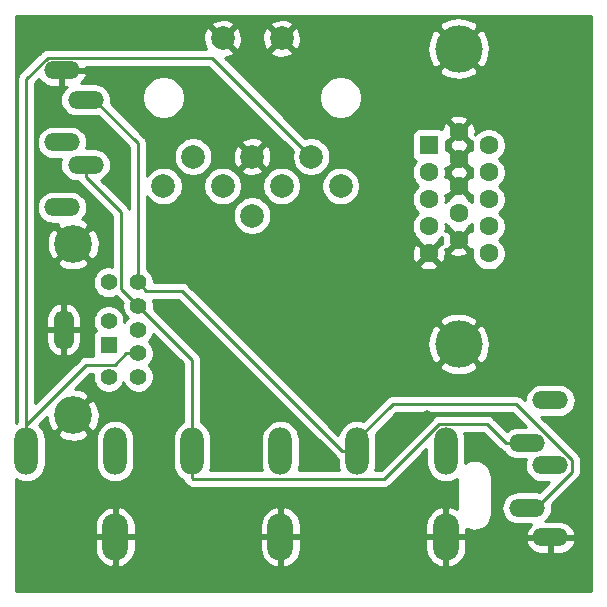
<source format=gbl>
G04 #@! TF.GenerationSoftware,KiCad,Pcbnew,(5.1.0)-1*
G04 #@! TF.CreationDate,2019-07-12T21:05:45-04:00*
G04 #@! TF.ProjectId,Genesis_SMS Breakout,47656e65-7369-4735-9f53-4d5320427265,rev?*
G04 #@! TF.SameCoordinates,Original*
G04 #@! TF.FileFunction,Copper,L2,Bot*
G04 #@! TF.FilePolarity,Positive*
%FSLAX46Y46*%
G04 Gerber Fmt 4.6, Leading zero omitted, Abs format (unit mm)*
G04 Created by KiCad (PCBNEW (5.1.0)-1) date 2019-07-12 21:05:45*
%MOMM*%
%LPD*%
G04 APERTURE LIST*
%ADD10O,3.016000X1.508000*%
%ADD11O,1.700000X3.400000*%
%ADD12C,1.408000*%
%ADD13R,1.408000X1.408000*%
%ADD14C,3.200000*%
%ADD15C,2.000000*%
%ADD16O,2.000000X4.000000*%
%ADD17O,2.200000X4.000000*%
%ADD18R,1.600000X1.600000*%
%ADD19C,1.600000*%
%ADD20C,4.000000*%
%ADD21C,0.800000*%
%ADD22C,0.250000*%
%ADD23C,0.254000*%
G04 APERTURE END LIST*
D10*
X183300000Y-78600000D03*
X183300000Y-84100000D03*
X183300000Y-90200000D03*
X181300000Y-87700000D03*
X181300000Y-82200000D03*
X143950000Y-58650000D03*
X143950000Y-53150000D03*
X141950000Y-50650000D03*
X141950000Y-56750000D03*
X141950000Y-62250000D03*
D11*
X142090000Y-72610000D03*
D12*
X145900000Y-76600000D03*
D13*
X145900000Y-73900000D03*
D12*
X145900000Y-71900000D03*
X145900000Y-68600000D03*
X148400000Y-76600000D03*
X148400000Y-68600000D03*
X148400000Y-70600000D03*
X148400000Y-74600000D03*
X148400000Y-72600000D03*
D14*
X142900000Y-65350000D03*
X142900000Y-79850000D03*
D15*
X153050000Y-57950000D03*
X158050000Y-57950000D03*
X163050000Y-57950000D03*
X155550000Y-60450000D03*
X160550000Y-60450000D03*
X158050000Y-62950000D03*
X150550000Y-60450000D03*
X165550000Y-60450000D03*
X155550000Y-47950000D03*
X160550000Y-47950000D03*
D16*
X160450000Y-82900000D03*
X152950000Y-82900000D03*
X146450000Y-82900000D03*
X138950000Y-82900000D03*
X166950000Y-82900000D03*
X174450000Y-82900000D03*
D17*
X146450000Y-90150000D03*
X160450000Y-90150000D03*
X174450000Y-90150000D03*
D18*
X173000000Y-57000000D03*
D19*
X173000000Y-59290000D03*
X173000000Y-61580000D03*
X173000000Y-63870000D03*
X173000000Y-66160000D03*
X175540000Y-55855000D03*
X175540000Y-58145000D03*
X175540000Y-60435000D03*
X175540000Y-62725000D03*
X175540000Y-65015000D03*
X178080000Y-57000000D03*
X178080000Y-59290000D03*
X178080000Y-61580000D03*
X178080000Y-63870000D03*
X178080000Y-66160000D03*
D20*
X175540000Y-73815000D03*
X175540000Y-48815000D03*
D21*
X158100000Y-77700000D03*
X172900000Y-79800000D03*
X149900000Y-81800000D03*
X157200000Y-82600000D03*
X169700000Y-82000000D03*
X150700000Y-63800000D03*
X150000000Y-66300000D03*
X165700000Y-62900000D03*
X164400000Y-71200000D03*
X151200000Y-75200000D03*
X149900000Y-73700000D03*
X150100000Y-68300000D03*
X140000000Y-93000000D03*
X143000000Y-93000000D03*
X151000000Y-93000000D03*
X156000000Y-93000000D03*
X164000000Y-93000000D03*
X169000000Y-93000000D03*
X177000000Y-93000000D03*
X186000000Y-90000000D03*
X186000000Y-88000000D03*
X186000000Y-83000000D03*
X186000000Y-80000000D03*
X186000000Y-75000000D03*
X186000000Y-73000000D03*
X186000000Y-70000000D03*
X186000000Y-66000000D03*
X186000000Y-64000000D03*
X186000000Y-60000000D03*
X186000000Y-55000000D03*
X186000000Y-51000000D03*
X186000000Y-50000000D03*
X186000000Y-47000000D03*
X181000000Y-47000000D03*
X171000000Y-47000000D03*
X166000000Y-47000000D03*
X158000000Y-47000000D03*
X151000000Y-47000000D03*
X145000000Y-47000000D03*
D22*
X144029001Y-75570999D02*
X138950000Y-80650000D01*
X146433395Y-75570999D02*
X144029001Y-75570999D01*
X147404394Y-74600000D02*
X146433395Y-75570999D01*
X148400000Y-74600000D02*
X147404394Y-74600000D01*
X138950000Y-80650000D02*
X138950000Y-82900000D01*
X138950000Y-51370050D02*
X138950000Y-80650000D01*
X140749060Y-49570990D02*
X138950000Y-51370050D01*
X154670990Y-49570990D02*
X140749060Y-49570990D01*
X163050000Y-57950000D02*
X154670990Y-49570990D01*
X143950000Y-59654000D02*
X143950000Y-58650000D01*
X146929001Y-62633001D02*
X143950000Y-59654000D01*
X146929001Y-69129001D02*
X146929001Y-62633001D01*
X148400000Y-70600000D02*
X146929001Y-69129001D01*
X152950000Y-75150000D02*
X152950000Y-82900000D01*
X148400000Y-70600000D02*
X152950000Y-75150000D01*
X177916990Y-80574990D02*
X179542000Y-82200000D01*
X173901163Y-80574990D02*
X177916990Y-80574990D01*
X179542000Y-82200000D02*
X181300000Y-82200000D01*
X169251143Y-85225010D02*
X173901163Y-80574990D01*
X153025010Y-85225010D02*
X169251143Y-85225010D01*
X152950000Y-85150000D02*
X153025010Y-85225010D01*
X152950000Y-82900000D02*
X152950000Y-85150000D01*
X144704000Y-53150000D02*
X143950000Y-53150000D01*
X148400000Y-56846000D02*
X144704000Y-53150000D01*
X148400000Y-68600000D02*
X148400000Y-56846000D01*
X165700000Y-82900000D02*
X166950000Y-82900000D01*
X152103999Y-69303999D02*
X165700000Y-82900000D01*
X149103999Y-69303999D02*
X152103999Y-69303999D01*
X148400000Y-68600000D02*
X149103999Y-69303999D01*
X166950000Y-81900000D02*
X169950000Y-78900000D01*
X166950000Y-82900000D02*
X166950000Y-81900000D01*
X169950000Y-78900000D02*
X180379950Y-78900000D01*
X182054000Y-87700000D02*
X181300000Y-87700000D01*
X180379950Y-78900000D02*
X185133010Y-83653060D01*
X185133010Y-83653060D02*
X185133010Y-84620990D01*
X185133010Y-84620990D02*
X182054000Y-87700000D01*
D23*
G36*
X186740001Y-94740000D02*
G01*
X138060000Y-94740000D01*
X138060000Y-90277000D01*
X144715000Y-90277000D01*
X144715000Y-91177000D01*
X144773114Y-91513041D01*
X144895670Y-91831288D01*
X145077958Y-92119511D01*
X145312973Y-92366633D01*
X145591683Y-92563157D01*
X145903378Y-92701531D01*
X146053878Y-92739175D01*
X146323000Y-92621125D01*
X146323000Y-90277000D01*
X146577000Y-90277000D01*
X146577000Y-92621125D01*
X146846122Y-92739175D01*
X146996622Y-92701531D01*
X147308317Y-92563157D01*
X147587027Y-92366633D01*
X147822042Y-92119511D01*
X148004330Y-91831288D01*
X148126886Y-91513041D01*
X148185000Y-91177000D01*
X148185000Y-90277000D01*
X158715000Y-90277000D01*
X158715000Y-91177000D01*
X158773114Y-91513041D01*
X158895670Y-91831288D01*
X159077958Y-92119511D01*
X159312973Y-92366633D01*
X159591683Y-92563157D01*
X159903378Y-92701531D01*
X160053878Y-92739175D01*
X160323000Y-92621125D01*
X160323000Y-90277000D01*
X160577000Y-90277000D01*
X160577000Y-92621125D01*
X160846122Y-92739175D01*
X160996622Y-92701531D01*
X161308317Y-92563157D01*
X161587027Y-92366633D01*
X161822042Y-92119511D01*
X162004330Y-91831288D01*
X162126886Y-91513041D01*
X162185000Y-91177000D01*
X162185000Y-90277000D01*
X172715000Y-90277000D01*
X172715000Y-91177000D01*
X172773114Y-91513041D01*
X172895670Y-91831288D01*
X173077958Y-92119511D01*
X173312973Y-92366633D01*
X173591683Y-92563157D01*
X173903378Y-92701531D01*
X174053878Y-92739175D01*
X174323000Y-92621125D01*
X174323000Y-90277000D01*
X174577000Y-90277000D01*
X174577000Y-92621125D01*
X174846122Y-92739175D01*
X174996622Y-92701531D01*
X175308317Y-92563157D01*
X175587027Y-92366633D01*
X175822042Y-92119511D01*
X176004330Y-91831288D01*
X176126886Y-91513041D01*
X176185000Y-91177000D01*
X176185000Y-90541814D01*
X181199714Y-90541814D01*
X181214130Y-90614215D01*
X181320531Y-90866091D01*
X181474026Y-91092369D01*
X181668716Y-91284354D01*
X181897120Y-91434668D01*
X182150460Y-91537534D01*
X182419000Y-91589000D01*
X183173000Y-91589000D01*
X183173000Y-90327000D01*
X183427000Y-90327000D01*
X183427000Y-91589000D01*
X184181000Y-91589000D01*
X184449540Y-91537534D01*
X184702880Y-91434668D01*
X184931284Y-91284354D01*
X185125974Y-91092369D01*
X185279469Y-90866091D01*
X185385870Y-90614215D01*
X185400286Y-90541814D01*
X185277677Y-90327000D01*
X183427000Y-90327000D01*
X183173000Y-90327000D01*
X181322323Y-90327000D01*
X181199714Y-90541814D01*
X176185000Y-90541814D01*
X176185000Y-90277000D01*
X174577000Y-90277000D01*
X174323000Y-90277000D01*
X172715000Y-90277000D01*
X162185000Y-90277000D01*
X160577000Y-90277000D01*
X160323000Y-90277000D01*
X158715000Y-90277000D01*
X148185000Y-90277000D01*
X146577000Y-90277000D01*
X146323000Y-90277000D01*
X144715000Y-90277000D01*
X138060000Y-90277000D01*
X138060000Y-89123000D01*
X144715000Y-89123000D01*
X144715000Y-90023000D01*
X146323000Y-90023000D01*
X146323000Y-87678875D01*
X146577000Y-87678875D01*
X146577000Y-90023000D01*
X148185000Y-90023000D01*
X148185000Y-89123000D01*
X158715000Y-89123000D01*
X158715000Y-90023000D01*
X160323000Y-90023000D01*
X160323000Y-87678875D01*
X160577000Y-87678875D01*
X160577000Y-90023000D01*
X162185000Y-90023000D01*
X162185000Y-89123000D01*
X172715000Y-89123000D01*
X172715000Y-90023000D01*
X174323000Y-90023000D01*
X174323000Y-87678875D01*
X174053878Y-87560825D01*
X173903378Y-87598469D01*
X173591683Y-87736843D01*
X173312973Y-87933367D01*
X173077958Y-88180489D01*
X172895670Y-88468712D01*
X172773114Y-88786959D01*
X172715000Y-89123000D01*
X162185000Y-89123000D01*
X162126886Y-88786959D01*
X162004330Y-88468712D01*
X161822042Y-88180489D01*
X161587027Y-87933367D01*
X161308317Y-87736843D01*
X160996622Y-87598469D01*
X160846122Y-87560825D01*
X160577000Y-87678875D01*
X160323000Y-87678875D01*
X160053878Y-87560825D01*
X159903378Y-87598469D01*
X159591683Y-87736843D01*
X159312973Y-87933367D01*
X159077958Y-88180489D01*
X158895670Y-88468712D01*
X158773114Y-88786959D01*
X158715000Y-89123000D01*
X148185000Y-89123000D01*
X148126886Y-88786959D01*
X148004330Y-88468712D01*
X147822042Y-88180489D01*
X147587027Y-87933367D01*
X147308317Y-87736843D01*
X146996622Y-87598469D01*
X146846122Y-87560825D01*
X146577000Y-87678875D01*
X146323000Y-87678875D01*
X146053878Y-87560825D01*
X145903378Y-87598469D01*
X145591683Y-87736843D01*
X145312973Y-87933367D01*
X145077958Y-88180489D01*
X144895670Y-88468712D01*
X144773114Y-88786959D01*
X144715000Y-89123000D01*
X138060000Y-89123000D01*
X138060000Y-85278192D01*
X138321286Y-85417852D01*
X138629485Y-85511343D01*
X138950000Y-85542911D01*
X139270516Y-85511343D01*
X139578715Y-85417852D01*
X139862752Y-85266031D01*
X140111714Y-85061714D01*
X140316031Y-84812752D01*
X140467852Y-84528715D01*
X140561343Y-84220516D01*
X140585000Y-83980322D01*
X140585000Y-81819678D01*
X140561343Y-81579484D01*
X140510794Y-81412845D01*
X141516761Y-81412845D01*
X141684802Y-81738643D01*
X142076607Y-81939426D01*
X142500055Y-82059914D01*
X142938873Y-82095476D01*
X143376197Y-82044746D01*
X143795221Y-81909674D01*
X143963590Y-81819679D01*
X144815000Y-81819679D01*
X144815001Y-83980322D01*
X144838658Y-84220516D01*
X144932149Y-84528715D01*
X145083970Y-84812752D01*
X145288287Y-85061714D01*
X145537249Y-85266031D01*
X145821286Y-85417852D01*
X146129485Y-85511343D01*
X146450000Y-85542911D01*
X146770516Y-85511343D01*
X147078715Y-85417852D01*
X147362752Y-85266031D01*
X147611714Y-85061714D01*
X147816031Y-84812752D01*
X147967852Y-84528715D01*
X148061343Y-84220516D01*
X148085000Y-83980322D01*
X148085000Y-81819678D01*
X148061343Y-81579484D01*
X147967852Y-81271285D01*
X147816031Y-80987248D01*
X147611714Y-80738286D01*
X147362751Y-80533969D01*
X147078714Y-80382148D01*
X146770515Y-80288657D01*
X146450000Y-80257089D01*
X146129484Y-80288657D01*
X145821285Y-80382148D01*
X145537248Y-80533969D01*
X145288286Y-80738286D01*
X145083969Y-80987249D01*
X144932148Y-81271286D01*
X144838657Y-81579485D01*
X144815000Y-81819679D01*
X143963590Y-81819679D01*
X144115198Y-81738643D01*
X144283239Y-81412845D01*
X142900000Y-80029605D01*
X141516761Y-81412845D01*
X140510794Y-81412845D01*
X140467852Y-81271285D01*
X140316031Y-80987248D01*
X140111714Y-80738286D01*
X140015486Y-80659315D01*
X140668183Y-80006619D01*
X140705254Y-80326197D01*
X140840326Y-80745221D01*
X141011357Y-81065198D01*
X141337155Y-81233239D01*
X142720395Y-79850000D01*
X143079605Y-79850000D01*
X144462845Y-81233239D01*
X144788643Y-81065198D01*
X144989426Y-80673393D01*
X145109914Y-80249945D01*
X145145476Y-79811127D01*
X145094746Y-79373803D01*
X144959674Y-78954779D01*
X144788643Y-78634802D01*
X144462845Y-78466761D01*
X143079605Y-79850000D01*
X142720395Y-79850000D01*
X142706252Y-79835858D01*
X142885858Y-79656252D01*
X142900000Y-79670395D01*
X144283239Y-78287155D01*
X144115198Y-77961357D01*
X143723393Y-77760574D01*
X143299945Y-77640086D01*
X143054599Y-77620203D01*
X144343803Y-76330999D01*
X144588275Y-76330999D01*
X144561000Y-76468120D01*
X144561000Y-76731880D01*
X144612457Y-76990572D01*
X144713393Y-77234254D01*
X144859931Y-77453563D01*
X145046437Y-77640069D01*
X145265746Y-77786607D01*
X145509428Y-77887543D01*
X145768120Y-77939000D01*
X146031880Y-77939000D01*
X146290572Y-77887543D01*
X146534254Y-77786607D01*
X146753563Y-77640069D01*
X146940069Y-77453563D01*
X147086607Y-77234254D01*
X147150000Y-77081209D01*
X147213393Y-77234254D01*
X147359931Y-77453563D01*
X147546437Y-77640069D01*
X147765746Y-77786607D01*
X148009428Y-77887543D01*
X148268120Y-77939000D01*
X148531880Y-77939000D01*
X148790572Y-77887543D01*
X149034254Y-77786607D01*
X149253563Y-77640069D01*
X149440069Y-77453563D01*
X149586607Y-77234254D01*
X149687543Y-76990572D01*
X149739000Y-76731880D01*
X149739000Y-76468120D01*
X149687543Y-76209428D01*
X149586607Y-75965746D01*
X149440069Y-75746437D01*
X149293632Y-75600000D01*
X149440069Y-75453563D01*
X149586607Y-75234254D01*
X149687543Y-74990572D01*
X149739000Y-74731880D01*
X149739000Y-74468120D01*
X149687543Y-74209428D01*
X149586607Y-73965746D01*
X149440069Y-73746437D01*
X149293632Y-73600000D01*
X149440069Y-73453563D01*
X149586607Y-73234254D01*
X149687543Y-72990572D01*
X149692226Y-72967028D01*
X152190000Y-75464802D01*
X152190001Y-80452321D01*
X152037248Y-80533969D01*
X151788286Y-80738286D01*
X151583969Y-80987249D01*
X151432148Y-81271286D01*
X151338657Y-81579485D01*
X151315000Y-81819679D01*
X151315001Y-83980322D01*
X151338658Y-84220516D01*
X151432149Y-84528715D01*
X151583970Y-84812752D01*
X151788287Y-85061714D01*
X152037249Y-85266031D01*
X152220755Y-85364117D01*
X152244454Y-85442246D01*
X152315026Y-85574276D01*
X152376585Y-85649285D01*
X152410000Y-85690001D01*
X152438998Y-85713799D01*
X152461206Y-85736007D01*
X152485009Y-85765011D01*
X152600734Y-85859984D01*
X152732763Y-85930556D01*
X152876024Y-85974013D01*
X152987677Y-85985010D01*
X152987687Y-85985010D01*
X153025009Y-85988686D01*
X153062332Y-85985010D01*
X169213821Y-85985010D01*
X169251143Y-85988686D01*
X169288465Y-85985010D01*
X169288476Y-85985010D01*
X169400129Y-85974013D01*
X169543390Y-85930556D01*
X169675419Y-85859984D01*
X169791144Y-85765011D01*
X169814947Y-85736007D01*
X172815000Y-82735954D01*
X172815001Y-83980322D01*
X172838658Y-84220516D01*
X172932149Y-84528715D01*
X173083970Y-84812752D01*
X173288287Y-85061714D01*
X173537249Y-85266031D01*
X173821286Y-85417852D01*
X174129485Y-85511343D01*
X174450000Y-85542911D01*
X174770516Y-85511343D01*
X175078715Y-85417852D01*
X175362752Y-85266031D01*
X175365000Y-85264186D01*
X175365001Y-87776812D01*
X175308317Y-87736843D01*
X174996622Y-87598469D01*
X174846122Y-87560825D01*
X174577000Y-87678875D01*
X174577000Y-90023000D01*
X176185000Y-90023000D01*
X176185000Y-89478373D01*
X176278967Y-89528599D01*
X176558890Y-89613513D01*
X176850000Y-89642185D01*
X177141111Y-89613513D01*
X177421034Y-89528599D01*
X177679014Y-89390706D01*
X177905134Y-89205134D01*
X178090706Y-88979014D01*
X178228599Y-88721034D01*
X178313513Y-88441111D01*
X178335000Y-88222950D01*
X178335000Y-85077050D01*
X178313513Y-84858889D01*
X178228599Y-84578966D01*
X178090706Y-84320986D01*
X177905134Y-84094866D01*
X177679013Y-83909294D01*
X177421033Y-83771401D01*
X177141110Y-83686487D01*
X176850000Y-83657815D01*
X176558889Y-83686487D01*
X176278966Y-83771401D01*
X176085000Y-83875078D01*
X176085000Y-81819678D01*
X176061343Y-81579484D01*
X175987177Y-81334990D01*
X177602189Y-81334990D01*
X178978201Y-82711003D01*
X179001999Y-82740001D01*
X179117724Y-82834974D01*
X179249753Y-82905546D01*
X179367194Y-82941171D01*
X179385501Y-82975420D01*
X179559077Y-83186923D01*
X179770580Y-83360499D01*
X180011881Y-83489477D01*
X180273709Y-83568902D01*
X180477770Y-83589000D01*
X181249510Y-83589000D01*
X181177098Y-83827709D01*
X181150280Y-84100000D01*
X181177098Y-84372291D01*
X181256523Y-84634119D01*
X181385501Y-84875420D01*
X181559077Y-85086923D01*
X181770580Y-85260499D01*
X182011881Y-85389477D01*
X182273709Y-85468902D01*
X182477770Y-85489000D01*
X183190198Y-85489000D01*
X182343025Y-86336174D01*
X182326291Y-86331098D01*
X182122230Y-86311000D01*
X180477770Y-86311000D01*
X180273709Y-86331098D01*
X180011881Y-86410523D01*
X179770580Y-86539501D01*
X179559077Y-86713077D01*
X179385501Y-86924580D01*
X179256523Y-87165881D01*
X179177098Y-87427709D01*
X179150280Y-87700000D01*
X179177098Y-87972291D01*
X179256523Y-88234119D01*
X179385501Y-88475420D01*
X179559077Y-88686923D01*
X179770580Y-88860499D01*
X180011881Y-88989477D01*
X180273709Y-89068902D01*
X180477770Y-89089000D01*
X181709205Y-89089000D01*
X181668716Y-89115646D01*
X181474026Y-89307631D01*
X181320531Y-89533909D01*
X181214130Y-89785785D01*
X181199714Y-89858186D01*
X181322323Y-90073000D01*
X183173000Y-90073000D01*
X183173000Y-90053000D01*
X183427000Y-90053000D01*
X183427000Y-90073000D01*
X185277677Y-90073000D01*
X185400286Y-89858186D01*
X185385870Y-89785785D01*
X185279469Y-89533909D01*
X185125974Y-89307631D01*
X184931284Y-89115646D01*
X184702880Y-88965332D01*
X184449540Y-88862466D01*
X184181000Y-88811000D01*
X182889735Y-88811000D01*
X183040923Y-88686923D01*
X183214499Y-88475420D01*
X183343477Y-88234119D01*
X183422902Y-87972291D01*
X183449720Y-87700000D01*
X183422902Y-87427709D01*
X183417826Y-87410975D01*
X185644013Y-85184789D01*
X185673011Y-85160991D01*
X185767984Y-85045266D01*
X185838556Y-84913237D01*
X185882013Y-84769976D01*
X185893010Y-84658323D01*
X185893010Y-84658315D01*
X185896686Y-84620990D01*
X185893010Y-84583665D01*
X185893010Y-83690383D01*
X185896686Y-83653060D01*
X185893010Y-83615737D01*
X185893010Y-83615727D01*
X185882013Y-83504074D01*
X185838556Y-83360813D01*
X185767985Y-83228785D01*
X185767984Y-83228783D01*
X185696809Y-83142057D01*
X185673011Y-83113059D01*
X185644014Y-83089262D01*
X182543751Y-79989000D01*
X184122230Y-79989000D01*
X184326291Y-79968902D01*
X184588119Y-79889477D01*
X184829420Y-79760499D01*
X185040923Y-79586923D01*
X185214499Y-79375420D01*
X185343477Y-79134119D01*
X185422902Y-78872291D01*
X185449720Y-78600000D01*
X185422902Y-78327709D01*
X185343477Y-78065881D01*
X185214499Y-77824580D01*
X185040923Y-77613077D01*
X184829420Y-77439501D01*
X184588119Y-77310523D01*
X184326291Y-77231098D01*
X184122230Y-77211000D01*
X182477770Y-77211000D01*
X182273709Y-77231098D01*
X182011881Y-77310523D01*
X181770580Y-77439501D01*
X181559077Y-77613077D01*
X181385501Y-77824580D01*
X181256523Y-78065881D01*
X181177098Y-78327709D01*
X181150681Y-78595930D01*
X180943754Y-78389003D01*
X180919951Y-78359999D01*
X180804226Y-78265026D01*
X180672197Y-78194454D01*
X180528936Y-78150997D01*
X180417283Y-78140000D01*
X180417272Y-78140000D01*
X180379950Y-78136324D01*
X180342628Y-78140000D01*
X169987325Y-78140000D01*
X169950000Y-78136324D01*
X169912675Y-78140000D01*
X169912667Y-78140000D01*
X169801014Y-78150997D01*
X169657753Y-78194454D01*
X169525724Y-78265026D01*
X169409999Y-78359999D01*
X169386201Y-78388997D01*
X167436263Y-80338936D01*
X167270515Y-80288657D01*
X166950000Y-80257089D01*
X166629484Y-80288657D01*
X166321285Y-80382148D01*
X166037248Y-80533969D01*
X165788286Y-80738286D01*
X165583969Y-80987249D01*
X165432148Y-81271286D01*
X165365569Y-81490767D01*
X159537301Y-75662499D01*
X173872106Y-75662499D01*
X174088228Y-76029258D01*
X174548105Y-76269938D01*
X175046098Y-76416275D01*
X175563071Y-76462648D01*
X176079159Y-76407273D01*
X176574526Y-76252279D01*
X176991772Y-76029258D01*
X177207894Y-75662499D01*
X175540000Y-73994605D01*
X173872106Y-75662499D01*
X159537301Y-75662499D01*
X157712873Y-73838071D01*
X172892352Y-73838071D01*
X172947727Y-74354159D01*
X173102721Y-74849526D01*
X173325742Y-75266772D01*
X173692501Y-75482894D01*
X175360395Y-73815000D01*
X175719605Y-73815000D01*
X177387499Y-75482894D01*
X177754258Y-75266772D01*
X177994938Y-74806895D01*
X178141275Y-74308902D01*
X178187648Y-73791929D01*
X178132273Y-73275841D01*
X177977279Y-72780474D01*
X177754258Y-72363228D01*
X177387499Y-72147106D01*
X175719605Y-73815000D01*
X175360395Y-73815000D01*
X173692501Y-72147106D01*
X173325742Y-72363228D01*
X173085062Y-72823105D01*
X172938725Y-73321098D01*
X172892352Y-73838071D01*
X157712873Y-73838071D01*
X155842303Y-71967501D01*
X173872106Y-71967501D01*
X175540000Y-73635395D01*
X177207894Y-71967501D01*
X176991772Y-71600742D01*
X176531895Y-71360062D01*
X176033902Y-71213725D01*
X175516929Y-71167352D01*
X175000841Y-71222727D01*
X174505474Y-71377721D01*
X174088228Y-71600742D01*
X173872106Y-71967501D01*
X155842303Y-71967501D01*
X152667803Y-68793002D01*
X152644000Y-68763998D01*
X152528275Y-68669025D01*
X152396246Y-68598453D01*
X152252985Y-68554996D01*
X152141332Y-68543999D01*
X152141321Y-68543999D01*
X152103999Y-68540323D01*
X152066677Y-68543999D01*
X149739000Y-68543999D01*
X149739000Y-68468120D01*
X149687543Y-68209428D01*
X149586607Y-67965746D01*
X149440069Y-67746437D01*
X149253563Y-67559931D01*
X149160000Y-67497414D01*
X149160000Y-67152702D01*
X172186903Y-67152702D01*
X172258486Y-67396671D01*
X172513996Y-67517571D01*
X172788184Y-67586300D01*
X173070512Y-67600217D01*
X173350130Y-67558787D01*
X173616292Y-67463603D01*
X173741514Y-67396671D01*
X173813097Y-67152702D01*
X173000000Y-66339605D01*
X172186903Y-67152702D01*
X149160000Y-67152702D01*
X149160000Y-66230512D01*
X171559783Y-66230512D01*
X171601213Y-66510130D01*
X171696397Y-66776292D01*
X171763329Y-66901514D01*
X172007298Y-66973097D01*
X172820395Y-66160000D01*
X172007298Y-65346903D01*
X171763329Y-65418486D01*
X171642429Y-65673996D01*
X171573700Y-65948184D01*
X171559783Y-66230512D01*
X149160000Y-66230512D01*
X149160000Y-62788967D01*
X156415000Y-62788967D01*
X156415000Y-63111033D01*
X156477832Y-63426912D01*
X156601082Y-63724463D01*
X156780013Y-63992252D01*
X157007748Y-64219987D01*
X157275537Y-64398918D01*
X157573088Y-64522168D01*
X157888967Y-64585000D01*
X158211033Y-64585000D01*
X158526912Y-64522168D01*
X158824463Y-64398918D01*
X159092252Y-64219987D01*
X159319987Y-63992252D01*
X159498918Y-63724463D01*
X159622168Y-63426912D01*
X159685000Y-63111033D01*
X159685000Y-62788967D01*
X159622168Y-62473088D01*
X159498918Y-62175537D01*
X159319987Y-61907748D01*
X159092252Y-61680013D01*
X158824463Y-61501082D01*
X158526912Y-61377832D01*
X158211033Y-61315000D01*
X157888967Y-61315000D01*
X157573088Y-61377832D01*
X157275537Y-61501082D01*
X157007748Y-61680013D01*
X156780013Y-61907748D01*
X156601082Y-62175537D01*
X156477832Y-62473088D01*
X156415000Y-62788967D01*
X149160000Y-62788967D01*
X149160000Y-61312640D01*
X149280013Y-61492252D01*
X149507748Y-61719987D01*
X149775537Y-61898918D01*
X150073088Y-62022168D01*
X150388967Y-62085000D01*
X150711033Y-62085000D01*
X151026912Y-62022168D01*
X151324463Y-61898918D01*
X151592252Y-61719987D01*
X151819987Y-61492252D01*
X151998918Y-61224463D01*
X152122168Y-60926912D01*
X152185000Y-60611033D01*
X152185000Y-60288967D01*
X153915000Y-60288967D01*
X153915000Y-60611033D01*
X153977832Y-60926912D01*
X154101082Y-61224463D01*
X154280013Y-61492252D01*
X154507748Y-61719987D01*
X154775537Y-61898918D01*
X155073088Y-62022168D01*
X155388967Y-62085000D01*
X155711033Y-62085000D01*
X156026912Y-62022168D01*
X156324463Y-61898918D01*
X156592252Y-61719987D01*
X156819987Y-61492252D01*
X156998918Y-61224463D01*
X157122168Y-60926912D01*
X157185000Y-60611033D01*
X157185000Y-60288967D01*
X158915000Y-60288967D01*
X158915000Y-60611033D01*
X158977832Y-60926912D01*
X159101082Y-61224463D01*
X159280013Y-61492252D01*
X159507748Y-61719987D01*
X159775537Y-61898918D01*
X160073088Y-62022168D01*
X160388967Y-62085000D01*
X160711033Y-62085000D01*
X161026912Y-62022168D01*
X161324463Y-61898918D01*
X161592252Y-61719987D01*
X161819987Y-61492252D01*
X161998918Y-61224463D01*
X162122168Y-60926912D01*
X162185000Y-60611033D01*
X162185000Y-60288967D01*
X163915000Y-60288967D01*
X163915000Y-60611033D01*
X163977832Y-60926912D01*
X164101082Y-61224463D01*
X164280013Y-61492252D01*
X164507748Y-61719987D01*
X164775537Y-61898918D01*
X165073088Y-62022168D01*
X165388967Y-62085000D01*
X165711033Y-62085000D01*
X166026912Y-62022168D01*
X166324463Y-61898918D01*
X166592252Y-61719987D01*
X166819987Y-61492252D01*
X166998918Y-61224463D01*
X167122168Y-60926912D01*
X167185000Y-60611033D01*
X167185000Y-60288967D01*
X167122168Y-59973088D01*
X166998918Y-59675537D01*
X166819987Y-59407748D01*
X166592252Y-59180013D01*
X166324463Y-59001082D01*
X166026912Y-58877832D01*
X165711033Y-58815000D01*
X165388967Y-58815000D01*
X165073088Y-58877832D01*
X164775537Y-59001082D01*
X164507748Y-59180013D01*
X164280013Y-59407748D01*
X164101082Y-59675537D01*
X163977832Y-59973088D01*
X163915000Y-60288967D01*
X162185000Y-60288967D01*
X162122168Y-59973088D01*
X161998918Y-59675537D01*
X161819987Y-59407748D01*
X161592252Y-59180013D01*
X161324463Y-59001082D01*
X161026912Y-58877832D01*
X160711033Y-58815000D01*
X160388967Y-58815000D01*
X160073088Y-58877832D01*
X159775537Y-59001082D01*
X159507748Y-59180013D01*
X159280013Y-59407748D01*
X159101082Y-59675537D01*
X158977832Y-59973088D01*
X158915000Y-60288967D01*
X157185000Y-60288967D01*
X157122168Y-59973088D01*
X156998918Y-59675537D01*
X156819987Y-59407748D01*
X156592252Y-59180013D01*
X156450674Y-59085413D01*
X157094192Y-59085413D01*
X157189956Y-59349814D01*
X157479571Y-59490704D01*
X157791108Y-59572384D01*
X158112595Y-59591718D01*
X158431675Y-59547961D01*
X158736088Y-59442795D01*
X158910044Y-59349814D01*
X159005808Y-59085413D01*
X158050000Y-58129605D01*
X157094192Y-59085413D01*
X156450674Y-59085413D01*
X156324463Y-59001082D01*
X156026912Y-58877832D01*
X155711033Y-58815000D01*
X155388967Y-58815000D01*
X155073088Y-58877832D01*
X154775537Y-59001082D01*
X154507748Y-59180013D01*
X154280013Y-59407748D01*
X154101082Y-59675537D01*
X153977832Y-59973088D01*
X153915000Y-60288967D01*
X152185000Y-60288967D01*
X152122168Y-59973088D01*
X151998918Y-59675537D01*
X151819987Y-59407748D01*
X151592252Y-59180013D01*
X151324463Y-59001082D01*
X151026912Y-58877832D01*
X150711033Y-58815000D01*
X150388967Y-58815000D01*
X150073088Y-58877832D01*
X149775537Y-59001082D01*
X149507748Y-59180013D01*
X149280013Y-59407748D01*
X149160000Y-59587360D01*
X149160000Y-57788967D01*
X151415000Y-57788967D01*
X151415000Y-58111033D01*
X151477832Y-58426912D01*
X151601082Y-58724463D01*
X151780013Y-58992252D01*
X152007748Y-59219987D01*
X152275537Y-59398918D01*
X152573088Y-59522168D01*
X152888967Y-59585000D01*
X153211033Y-59585000D01*
X153526912Y-59522168D01*
X153824463Y-59398918D01*
X154092252Y-59219987D01*
X154319987Y-58992252D01*
X154498918Y-58724463D01*
X154622168Y-58426912D01*
X154685000Y-58111033D01*
X154685000Y-58012595D01*
X156408282Y-58012595D01*
X156452039Y-58331675D01*
X156557205Y-58636088D01*
X156650186Y-58810044D01*
X156914587Y-58905808D01*
X157870395Y-57950000D01*
X158229605Y-57950000D01*
X159185413Y-58905808D01*
X159449814Y-58810044D01*
X159590704Y-58520429D01*
X159672384Y-58208892D01*
X159691718Y-57887405D01*
X159647961Y-57568325D01*
X159542795Y-57263912D01*
X159449814Y-57089956D01*
X159185413Y-56994192D01*
X158229605Y-57950000D01*
X157870395Y-57950000D01*
X156914587Y-56994192D01*
X156650186Y-57089956D01*
X156509296Y-57379571D01*
X156427616Y-57691108D01*
X156408282Y-58012595D01*
X154685000Y-58012595D01*
X154685000Y-57788967D01*
X154622168Y-57473088D01*
X154498918Y-57175537D01*
X154319987Y-56907748D01*
X154226826Y-56814587D01*
X157094192Y-56814587D01*
X158050000Y-57770395D01*
X159005808Y-56814587D01*
X158910044Y-56550186D01*
X158620429Y-56409296D01*
X158308892Y-56327616D01*
X157987405Y-56308282D01*
X157668325Y-56352039D01*
X157363912Y-56457205D01*
X157189956Y-56550186D01*
X157094192Y-56814587D01*
X154226826Y-56814587D01*
X154092252Y-56680013D01*
X153824463Y-56501082D01*
X153526912Y-56377832D01*
X153211033Y-56315000D01*
X152888967Y-56315000D01*
X152573088Y-56377832D01*
X152275537Y-56501082D01*
X152007748Y-56680013D01*
X151780013Y-56907748D01*
X151601082Y-57175537D01*
X151477832Y-57473088D01*
X151415000Y-57788967D01*
X149160000Y-57788967D01*
X149160000Y-56883322D01*
X149163676Y-56845999D01*
X149160000Y-56808676D01*
X149160000Y-56808667D01*
X149149003Y-56697014D01*
X149105546Y-56553753D01*
X149034974Y-56421724D01*
X148940001Y-56305999D01*
X148911003Y-56282201D01*
X146067826Y-53439025D01*
X146072902Y-53422291D01*
X146099720Y-53150000D01*
X146072902Y-52877709D01*
X146040007Y-52769268D01*
X148715000Y-52769268D01*
X148715000Y-53130732D01*
X148785518Y-53485250D01*
X148923844Y-53819199D01*
X149124662Y-54119744D01*
X149380256Y-54375338D01*
X149680801Y-54576156D01*
X150014750Y-54714482D01*
X150369268Y-54785000D01*
X150730732Y-54785000D01*
X151085250Y-54714482D01*
X151419199Y-54576156D01*
X151719744Y-54375338D01*
X151975338Y-54119744D01*
X152176156Y-53819199D01*
X152314482Y-53485250D01*
X152385000Y-53130732D01*
X152385000Y-52769268D01*
X152314482Y-52414750D01*
X152176156Y-52080801D01*
X151975338Y-51780256D01*
X151719744Y-51524662D01*
X151419199Y-51323844D01*
X151085250Y-51185518D01*
X150730732Y-51115000D01*
X150369268Y-51115000D01*
X150014750Y-51185518D01*
X149680801Y-51323844D01*
X149380256Y-51524662D01*
X149124662Y-51780256D01*
X148923844Y-52080801D01*
X148785518Y-52414750D01*
X148715000Y-52769268D01*
X146040007Y-52769268D01*
X145993477Y-52615881D01*
X145864499Y-52374580D01*
X145690923Y-52163077D01*
X145479420Y-51989501D01*
X145238119Y-51860523D01*
X144976291Y-51781098D01*
X144772230Y-51761000D01*
X143540795Y-51761000D01*
X143581284Y-51734354D01*
X143775974Y-51542369D01*
X143929469Y-51316091D01*
X144035870Y-51064215D01*
X144050286Y-50991814D01*
X143927677Y-50777000D01*
X142077000Y-50777000D01*
X142077000Y-52039000D01*
X142360265Y-52039000D01*
X142209077Y-52163077D01*
X142035501Y-52374580D01*
X141906523Y-52615881D01*
X141827098Y-52877709D01*
X141800280Y-53150000D01*
X141827098Y-53422291D01*
X141906523Y-53684119D01*
X142035501Y-53925420D01*
X142209077Y-54136923D01*
X142420580Y-54310499D01*
X142661881Y-54439477D01*
X142923709Y-54518902D01*
X143127770Y-54539000D01*
X144772230Y-54539000D01*
X144976291Y-54518902D01*
X144993025Y-54513826D01*
X147640001Y-57160803D01*
X147640001Y-62358732D01*
X147634547Y-62340754D01*
X147563975Y-62208725D01*
X147492800Y-62121998D01*
X147469002Y-62093000D01*
X147440004Y-62069202D01*
X145285143Y-59914342D01*
X145479420Y-59810499D01*
X145690923Y-59636923D01*
X145864499Y-59425420D01*
X145993477Y-59184119D01*
X146072902Y-58922291D01*
X146099720Y-58650000D01*
X146072902Y-58377709D01*
X145993477Y-58115881D01*
X145864499Y-57874580D01*
X145690923Y-57663077D01*
X145479420Y-57489501D01*
X145238119Y-57360523D01*
X144976291Y-57281098D01*
X144772230Y-57261000D01*
X144000490Y-57261000D01*
X144072902Y-57022291D01*
X144099720Y-56750000D01*
X144072902Y-56477709D01*
X143993477Y-56215881D01*
X143864499Y-55974580D01*
X143690923Y-55763077D01*
X143479420Y-55589501D01*
X143238119Y-55460523D01*
X142976291Y-55381098D01*
X142772230Y-55361000D01*
X141127770Y-55361000D01*
X140923709Y-55381098D01*
X140661881Y-55460523D01*
X140420580Y-55589501D01*
X140209077Y-55763077D01*
X140035501Y-55974580D01*
X139906523Y-56215881D01*
X139827098Y-56477709D01*
X139800280Y-56750000D01*
X139827098Y-57022291D01*
X139906523Y-57284119D01*
X140035501Y-57525420D01*
X140209077Y-57736923D01*
X140420580Y-57910499D01*
X140661881Y-58039477D01*
X140923709Y-58118902D01*
X141127770Y-58139000D01*
X141899510Y-58139000D01*
X141827098Y-58377709D01*
X141800280Y-58650000D01*
X141827098Y-58922291D01*
X141906523Y-59184119D01*
X142035501Y-59425420D01*
X142209077Y-59636923D01*
X142420580Y-59810499D01*
X142661881Y-59939477D01*
X142923709Y-60018902D01*
X143127770Y-60039000D01*
X143294032Y-60039000D01*
X143315026Y-60078276D01*
X143320438Y-60084870D01*
X143409999Y-60194001D01*
X143439003Y-60217804D01*
X146169002Y-62947804D01*
X146169001Y-67288275D01*
X146031880Y-67261000D01*
X145768120Y-67261000D01*
X145509428Y-67312457D01*
X145265746Y-67413393D01*
X145046437Y-67559931D01*
X144859931Y-67746437D01*
X144713393Y-67965746D01*
X144612457Y-68209428D01*
X144561000Y-68468120D01*
X144561000Y-68731880D01*
X144612457Y-68990572D01*
X144713393Y-69234254D01*
X144859931Y-69453563D01*
X145046437Y-69640069D01*
X145265746Y-69786607D01*
X145509428Y-69887543D01*
X145768120Y-69939000D01*
X146031880Y-69939000D01*
X146290572Y-69887543D01*
X146518381Y-69793182D01*
X147082953Y-70357755D01*
X147061000Y-70468120D01*
X147061000Y-70731880D01*
X147112457Y-70990572D01*
X147213393Y-71234254D01*
X147359931Y-71453563D01*
X147506368Y-71600000D01*
X147359931Y-71746437D01*
X147239000Y-71927423D01*
X147239000Y-71768120D01*
X147187543Y-71509428D01*
X147086607Y-71265746D01*
X146940069Y-71046437D01*
X146753563Y-70859931D01*
X146534254Y-70713393D01*
X146290572Y-70612457D01*
X146031880Y-70561000D01*
X145768120Y-70561000D01*
X145509428Y-70612457D01*
X145265746Y-70713393D01*
X145046437Y-70859931D01*
X144859931Y-71046437D01*
X144713393Y-71265746D01*
X144612457Y-71509428D01*
X144561000Y-71768120D01*
X144561000Y-72031880D01*
X144612457Y-72290572D01*
X144713393Y-72534254D01*
X144815387Y-72686898D01*
X144744815Y-72744815D01*
X144665463Y-72841506D01*
X144606498Y-72951820D01*
X144570188Y-73071518D01*
X144557928Y-73196000D01*
X144557928Y-74604000D01*
X144570188Y-74728482D01*
X144595219Y-74810999D01*
X144066323Y-74810999D01*
X144029000Y-74807323D01*
X143991677Y-74810999D01*
X143991668Y-74810999D01*
X143880015Y-74821996D01*
X143762138Y-74857753D01*
X143736754Y-74865453D01*
X143604724Y-74936025D01*
X143577346Y-74958494D01*
X143489000Y-75030998D01*
X143465202Y-75059996D01*
X139710000Y-78815199D01*
X139710000Y-72737000D01*
X140605000Y-72737000D01*
X140605000Y-73587000D01*
X140658310Y-73874269D01*
X140766639Y-74145618D01*
X140925824Y-74390619D01*
X141129748Y-74599857D01*
X141370574Y-74765291D01*
X141639047Y-74880563D01*
X141733110Y-74901476D01*
X141963000Y-74780155D01*
X141963000Y-72737000D01*
X142217000Y-72737000D01*
X142217000Y-74780155D01*
X142446890Y-74901476D01*
X142540953Y-74880563D01*
X142809426Y-74765291D01*
X143050252Y-74599857D01*
X143254176Y-74390619D01*
X143413361Y-74145618D01*
X143521690Y-73874269D01*
X143575000Y-73587000D01*
X143575000Y-72737000D01*
X142217000Y-72737000D01*
X141963000Y-72737000D01*
X140605000Y-72737000D01*
X139710000Y-72737000D01*
X139710000Y-71633000D01*
X140605000Y-71633000D01*
X140605000Y-72483000D01*
X141963000Y-72483000D01*
X141963000Y-70439845D01*
X142217000Y-70439845D01*
X142217000Y-72483000D01*
X143575000Y-72483000D01*
X143575000Y-71633000D01*
X143521690Y-71345731D01*
X143413361Y-71074382D01*
X143254176Y-70829381D01*
X143050252Y-70620143D01*
X142809426Y-70454709D01*
X142540953Y-70339437D01*
X142446890Y-70318524D01*
X142217000Y-70439845D01*
X141963000Y-70439845D01*
X141733110Y-70318524D01*
X141639047Y-70339437D01*
X141370574Y-70454709D01*
X141129748Y-70620143D01*
X140925824Y-70829381D01*
X140766639Y-71074382D01*
X140658310Y-71345731D01*
X140605000Y-71633000D01*
X139710000Y-71633000D01*
X139710000Y-66912845D01*
X141516761Y-66912845D01*
X141684802Y-67238643D01*
X142076607Y-67439426D01*
X142500055Y-67559914D01*
X142938873Y-67595476D01*
X143376197Y-67544746D01*
X143795221Y-67409674D01*
X144115198Y-67238643D01*
X144283239Y-66912845D01*
X142900000Y-65529605D01*
X141516761Y-66912845D01*
X139710000Y-66912845D01*
X139710000Y-65388873D01*
X140654524Y-65388873D01*
X140705254Y-65826197D01*
X140840326Y-66245221D01*
X141011357Y-66565198D01*
X141337155Y-66733239D01*
X142720395Y-65350000D01*
X143079605Y-65350000D01*
X144462845Y-66733239D01*
X144788643Y-66565198D01*
X144989426Y-66173393D01*
X145109914Y-65749945D01*
X145145476Y-65311127D01*
X145094746Y-64873803D01*
X144959674Y-64454779D01*
X144788643Y-64134802D01*
X144462845Y-63966761D01*
X143079605Y-65350000D01*
X142720395Y-65350000D01*
X141337155Y-63966761D01*
X141011357Y-64134802D01*
X140810574Y-64526607D01*
X140690086Y-64950055D01*
X140654524Y-65388873D01*
X139710000Y-65388873D01*
X139710000Y-62250000D01*
X139800280Y-62250000D01*
X139827098Y-62522291D01*
X139906523Y-62784119D01*
X140035501Y-63025420D01*
X140209077Y-63236923D01*
X140420580Y-63410499D01*
X140661881Y-63539477D01*
X140923709Y-63618902D01*
X141127770Y-63639000D01*
X141593177Y-63639000D01*
X141516761Y-63787155D01*
X142900000Y-65170395D01*
X144283239Y-63787155D01*
X144115198Y-63461357D01*
X143723393Y-63260574D01*
X143677883Y-63247625D01*
X143690923Y-63236923D01*
X143864499Y-63025420D01*
X143993477Y-62784119D01*
X144072902Y-62522291D01*
X144099720Y-62250000D01*
X144072902Y-61977709D01*
X143993477Y-61715881D01*
X143864499Y-61474580D01*
X143690923Y-61263077D01*
X143479420Y-61089501D01*
X143238119Y-60960523D01*
X142976291Y-60881098D01*
X142772230Y-60861000D01*
X141127770Y-60861000D01*
X140923709Y-60881098D01*
X140661881Y-60960523D01*
X140420580Y-61089501D01*
X140209077Y-61263077D01*
X140035501Y-61474580D01*
X139906523Y-61715881D01*
X139827098Y-61977709D01*
X139800280Y-62250000D01*
X139710000Y-62250000D01*
X139710000Y-51684851D01*
X140014275Y-51380577D01*
X140124026Y-51542369D01*
X140318716Y-51734354D01*
X140547120Y-51884668D01*
X140800460Y-51987534D01*
X141069000Y-52039000D01*
X141823000Y-52039000D01*
X141823000Y-50777000D01*
X141803000Y-50777000D01*
X141803000Y-50523000D01*
X141823000Y-50523000D01*
X141823000Y-50503000D01*
X142077000Y-50503000D01*
X142077000Y-50523000D01*
X143927677Y-50523000D01*
X144037270Y-50330990D01*
X154356189Y-50330990D01*
X161483823Y-57458625D01*
X161477832Y-57473088D01*
X161415000Y-57788967D01*
X161415000Y-58111033D01*
X161477832Y-58426912D01*
X161601082Y-58724463D01*
X161780013Y-58992252D01*
X162007748Y-59219987D01*
X162275537Y-59398918D01*
X162573088Y-59522168D01*
X162888967Y-59585000D01*
X163211033Y-59585000D01*
X163526912Y-59522168D01*
X163824463Y-59398918D01*
X164092252Y-59219987D01*
X164319987Y-58992252D01*
X164498918Y-58724463D01*
X164622168Y-58426912D01*
X164685000Y-58111033D01*
X164685000Y-57788967D01*
X164622168Y-57473088D01*
X164498918Y-57175537D01*
X164319987Y-56907748D01*
X164092252Y-56680013D01*
X163824463Y-56501082D01*
X163526912Y-56377832D01*
X163211033Y-56315000D01*
X162888967Y-56315000D01*
X162573088Y-56377832D01*
X162558625Y-56383823D01*
X162374802Y-56200000D01*
X171561928Y-56200000D01*
X171561928Y-57800000D01*
X171574188Y-57924482D01*
X171610498Y-58044180D01*
X171669463Y-58154494D01*
X171748815Y-58251185D01*
X171845506Y-58330537D01*
X171900612Y-58359992D01*
X171885363Y-58375241D01*
X171728320Y-58610273D01*
X171620147Y-58871426D01*
X171565000Y-59148665D01*
X171565000Y-59431335D01*
X171620147Y-59708574D01*
X171728320Y-59969727D01*
X171885363Y-60204759D01*
X172085241Y-60404637D01*
X172130683Y-60435000D01*
X172085241Y-60465363D01*
X171885363Y-60665241D01*
X171728320Y-60900273D01*
X171620147Y-61161426D01*
X171565000Y-61438665D01*
X171565000Y-61721335D01*
X171620147Y-61998574D01*
X171728320Y-62259727D01*
X171885363Y-62494759D01*
X172085241Y-62694637D01*
X172130683Y-62725000D01*
X172085241Y-62755363D01*
X171885363Y-62955241D01*
X171728320Y-63190273D01*
X171620147Y-63451426D01*
X171565000Y-63728665D01*
X171565000Y-64011335D01*
X171620147Y-64288574D01*
X171728320Y-64549727D01*
X171885363Y-64784759D01*
X172085241Y-64984637D01*
X172215049Y-65071372D01*
X172186903Y-65167298D01*
X173000000Y-65980395D01*
X173813097Y-65167298D01*
X173784951Y-65071372D01*
X173914759Y-64984637D01*
X174114637Y-64784759D01*
X174120529Y-64775941D01*
X174113700Y-64803184D01*
X174099783Y-65085512D01*
X174141213Y-65365130D01*
X174151340Y-65393449D01*
X173992702Y-65346903D01*
X173179605Y-66160000D01*
X173992702Y-66973097D01*
X174236671Y-66901514D01*
X174357571Y-66646004D01*
X174426300Y-66371816D01*
X174440217Y-66089488D01*
X174428100Y-66007702D01*
X174726903Y-66007702D01*
X174798486Y-66251671D01*
X175053996Y-66372571D01*
X175328184Y-66441300D01*
X175610512Y-66455217D01*
X175890130Y-66413787D01*
X176156292Y-66318603D01*
X176281514Y-66251671D01*
X176353097Y-66007702D01*
X175540000Y-65194605D01*
X174726903Y-66007702D01*
X174428100Y-66007702D01*
X174398787Y-65809870D01*
X174388660Y-65781551D01*
X174547298Y-65828097D01*
X175360395Y-65015000D01*
X174547298Y-64201903D01*
X174387783Y-64248706D01*
X174435000Y-64011335D01*
X174435000Y-63728665D01*
X174413904Y-63622609D01*
X174425363Y-63639759D01*
X174625241Y-63839637D01*
X174755049Y-63926372D01*
X174726903Y-64022298D01*
X175540000Y-64835395D01*
X176353097Y-64022298D01*
X176324951Y-63926372D01*
X176454759Y-63839637D01*
X176654637Y-63639759D01*
X176666096Y-63622609D01*
X176645000Y-63728665D01*
X176645000Y-64011335D01*
X176692217Y-64248706D01*
X176532702Y-64201903D01*
X175719605Y-65015000D01*
X176532702Y-65828097D01*
X176692217Y-65781294D01*
X176645000Y-66018665D01*
X176645000Y-66301335D01*
X176700147Y-66578574D01*
X176808320Y-66839727D01*
X176965363Y-67074759D01*
X177165241Y-67274637D01*
X177400273Y-67431680D01*
X177661426Y-67539853D01*
X177938665Y-67595000D01*
X178221335Y-67595000D01*
X178498574Y-67539853D01*
X178759727Y-67431680D01*
X178994759Y-67274637D01*
X179194637Y-67074759D01*
X179351680Y-66839727D01*
X179459853Y-66578574D01*
X179515000Y-66301335D01*
X179515000Y-66018665D01*
X179459853Y-65741426D01*
X179351680Y-65480273D01*
X179194637Y-65245241D01*
X178994759Y-65045363D01*
X178949317Y-65015000D01*
X178994759Y-64984637D01*
X179194637Y-64784759D01*
X179351680Y-64549727D01*
X179459853Y-64288574D01*
X179515000Y-64011335D01*
X179515000Y-63728665D01*
X179459853Y-63451426D01*
X179351680Y-63190273D01*
X179194637Y-62955241D01*
X178994759Y-62755363D01*
X178949317Y-62725000D01*
X178994759Y-62694637D01*
X179194637Y-62494759D01*
X179351680Y-62259727D01*
X179459853Y-61998574D01*
X179515000Y-61721335D01*
X179515000Y-61438665D01*
X179459853Y-61161426D01*
X179351680Y-60900273D01*
X179194637Y-60665241D01*
X178994759Y-60465363D01*
X178949317Y-60435000D01*
X178994759Y-60404637D01*
X179194637Y-60204759D01*
X179351680Y-59969727D01*
X179459853Y-59708574D01*
X179515000Y-59431335D01*
X179515000Y-59148665D01*
X179459853Y-58871426D01*
X179351680Y-58610273D01*
X179194637Y-58375241D01*
X178994759Y-58175363D01*
X178949317Y-58145000D01*
X178994759Y-58114637D01*
X179194637Y-57914759D01*
X179351680Y-57679727D01*
X179459853Y-57418574D01*
X179515000Y-57141335D01*
X179515000Y-56858665D01*
X179459853Y-56581426D01*
X179351680Y-56320273D01*
X179194637Y-56085241D01*
X178994759Y-55885363D01*
X178759727Y-55728320D01*
X178498574Y-55620147D01*
X178221335Y-55565000D01*
X177938665Y-55565000D01*
X177661426Y-55620147D01*
X177400273Y-55728320D01*
X177165241Y-55885363D01*
X176965363Y-56085241D01*
X176959471Y-56094059D01*
X176966300Y-56066816D01*
X176980217Y-55784488D01*
X176938787Y-55504870D01*
X176843603Y-55238708D01*
X176776671Y-55113486D01*
X176532702Y-55041903D01*
X175719605Y-55855000D01*
X176532702Y-56668097D01*
X176692217Y-56621294D01*
X176645000Y-56858665D01*
X176645000Y-57141335D01*
X176692217Y-57378706D01*
X176532702Y-57331903D01*
X175719605Y-58145000D01*
X176532702Y-58958097D01*
X176692217Y-58911294D01*
X176645000Y-59148665D01*
X176645000Y-59431335D01*
X176692217Y-59668706D01*
X176532702Y-59621903D01*
X175719605Y-60435000D01*
X176532702Y-61248097D01*
X176692217Y-61201294D01*
X176645000Y-61438665D01*
X176645000Y-61721335D01*
X176666096Y-61827391D01*
X176654637Y-61810241D01*
X176454759Y-61610363D01*
X176324951Y-61523628D01*
X176353097Y-61427702D01*
X175540000Y-60614605D01*
X174726903Y-61427702D01*
X174755049Y-61523628D01*
X174625241Y-61610363D01*
X174425363Y-61810241D01*
X174413904Y-61827391D01*
X174435000Y-61721335D01*
X174435000Y-61438665D01*
X174387783Y-61201294D01*
X174547298Y-61248097D01*
X175360395Y-60435000D01*
X174547298Y-59621903D01*
X174387783Y-59668706D01*
X174435000Y-59431335D01*
X174435000Y-59148665D01*
X174432820Y-59137702D01*
X174726903Y-59137702D01*
X174771589Y-59290000D01*
X174726903Y-59442298D01*
X175540000Y-60255395D01*
X176353097Y-59442298D01*
X176308411Y-59290000D01*
X176353097Y-59137702D01*
X175540000Y-58324605D01*
X174726903Y-59137702D01*
X174432820Y-59137702D01*
X174387783Y-58911294D01*
X174547298Y-58958097D01*
X175360395Y-58145000D01*
X174547298Y-57331903D01*
X174438072Y-57363951D01*
X174438072Y-56847702D01*
X174726903Y-56847702D01*
X174771589Y-57000000D01*
X174726903Y-57152298D01*
X175540000Y-57965395D01*
X176353097Y-57152298D01*
X176308411Y-57000000D01*
X176353097Y-56847702D01*
X175540000Y-56034605D01*
X174726903Y-56847702D01*
X174438072Y-56847702D01*
X174438072Y-56636049D01*
X174547298Y-56668097D01*
X175360395Y-55855000D01*
X174547298Y-55041903D01*
X174303329Y-55113486D01*
X174182429Y-55368996D01*
X174113700Y-55643184D01*
X174113485Y-55647543D01*
X174044180Y-55610498D01*
X173924482Y-55574188D01*
X173800000Y-55561928D01*
X172200000Y-55561928D01*
X172075518Y-55574188D01*
X171955820Y-55610498D01*
X171845506Y-55669463D01*
X171748815Y-55748815D01*
X171669463Y-55845506D01*
X171610498Y-55955820D01*
X171574188Y-56075518D01*
X171561928Y-56200000D01*
X162374802Y-56200000D01*
X161037100Y-54862298D01*
X174726903Y-54862298D01*
X175540000Y-55675395D01*
X176353097Y-54862298D01*
X176281514Y-54618329D01*
X176026004Y-54497429D01*
X175751816Y-54428700D01*
X175469488Y-54414783D01*
X175189870Y-54456213D01*
X174923708Y-54551397D01*
X174798486Y-54618329D01*
X174726903Y-54862298D01*
X161037100Y-54862298D01*
X158944070Y-52769268D01*
X163715000Y-52769268D01*
X163715000Y-53130732D01*
X163785518Y-53485250D01*
X163923844Y-53819199D01*
X164124662Y-54119744D01*
X164380256Y-54375338D01*
X164680801Y-54576156D01*
X165014750Y-54714482D01*
X165369268Y-54785000D01*
X165730732Y-54785000D01*
X166085250Y-54714482D01*
X166419199Y-54576156D01*
X166719744Y-54375338D01*
X166975338Y-54119744D01*
X167176156Y-53819199D01*
X167314482Y-53485250D01*
X167385000Y-53130732D01*
X167385000Y-52769268D01*
X167314482Y-52414750D01*
X167176156Y-52080801D01*
X166975338Y-51780256D01*
X166719744Y-51524662D01*
X166419199Y-51323844D01*
X166085250Y-51185518D01*
X165730732Y-51115000D01*
X165369268Y-51115000D01*
X165014750Y-51185518D01*
X164680801Y-51323844D01*
X164380256Y-51524662D01*
X164124662Y-51780256D01*
X163923844Y-52080801D01*
X163785518Y-52414750D01*
X163715000Y-52769268D01*
X158944070Y-52769268D01*
X156837301Y-50662499D01*
X173872106Y-50662499D01*
X174088228Y-51029258D01*
X174548105Y-51269938D01*
X175046098Y-51416275D01*
X175563071Y-51462648D01*
X176079159Y-51407273D01*
X176574526Y-51252279D01*
X176991772Y-51029258D01*
X177207894Y-50662499D01*
X175540000Y-48994605D01*
X173872106Y-50662499D01*
X156837301Y-50662499D01*
X155747956Y-49573155D01*
X155931675Y-49547961D01*
X156236088Y-49442795D01*
X156410044Y-49349814D01*
X156505808Y-49085413D01*
X159594192Y-49085413D01*
X159689956Y-49349814D01*
X159979571Y-49490704D01*
X160291108Y-49572384D01*
X160612595Y-49591718D01*
X160931675Y-49547961D01*
X161236088Y-49442795D01*
X161410044Y-49349814D01*
X161505808Y-49085413D01*
X160550000Y-48129605D01*
X159594192Y-49085413D01*
X156505808Y-49085413D01*
X155550000Y-48129605D01*
X155535858Y-48143748D01*
X155356253Y-47964143D01*
X155370395Y-47950000D01*
X155729605Y-47950000D01*
X156685413Y-48905808D01*
X156949814Y-48810044D01*
X157090704Y-48520429D01*
X157172384Y-48208892D01*
X157184189Y-48012595D01*
X158908282Y-48012595D01*
X158952039Y-48331675D01*
X159057205Y-48636088D01*
X159150186Y-48810044D01*
X159414587Y-48905808D01*
X160370395Y-47950000D01*
X160729605Y-47950000D01*
X161685413Y-48905808D01*
X161872432Y-48838071D01*
X172892352Y-48838071D01*
X172947727Y-49354159D01*
X173102721Y-49849526D01*
X173325742Y-50266772D01*
X173692501Y-50482894D01*
X175360395Y-48815000D01*
X175719605Y-48815000D01*
X177387499Y-50482894D01*
X177754258Y-50266772D01*
X177994938Y-49806895D01*
X178141275Y-49308902D01*
X178187648Y-48791929D01*
X178132273Y-48275841D01*
X177977279Y-47780474D01*
X177754258Y-47363228D01*
X177387499Y-47147106D01*
X175719605Y-48815000D01*
X175360395Y-48815000D01*
X173692501Y-47147106D01*
X173325742Y-47363228D01*
X173085062Y-47823105D01*
X172938725Y-48321098D01*
X172892352Y-48838071D01*
X161872432Y-48838071D01*
X161949814Y-48810044D01*
X162090704Y-48520429D01*
X162172384Y-48208892D01*
X162191718Y-47887405D01*
X162147961Y-47568325D01*
X162042795Y-47263912D01*
X161949814Y-47089956D01*
X161685413Y-46994192D01*
X160729605Y-47950000D01*
X160370395Y-47950000D01*
X159414587Y-46994192D01*
X159150186Y-47089956D01*
X159009296Y-47379571D01*
X158927616Y-47691108D01*
X158908282Y-48012595D01*
X157184189Y-48012595D01*
X157191718Y-47887405D01*
X157147961Y-47568325D01*
X157042795Y-47263912D01*
X156949814Y-47089956D01*
X156685413Y-46994192D01*
X155729605Y-47950000D01*
X155370395Y-47950000D01*
X154414587Y-46994192D01*
X154150186Y-47089956D01*
X154009296Y-47379571D01*
X153927616Y-47691108D01*
X153908282Y-48012595D01*
X153952039Y-48331675D01*
X154057205Y-48636088D01*
X154150186Y-48810044D01*
X154152798Y-48810990D01*
X140786382Y-48810990D01*
X140749059Y-48807314D01*
X140711736Y-48810990D01*
X140711727Y-48810990D01*
X140600074Y-48821987D01*
X140456813Y-48865444D01*
X140324783Y-48936016D01*
X140253393Y-48994605D01*
X140209059Y-49030989D01*
X140185261Y-49059987D01*
X138439003Y-50806246D01*
X138409999Y-50830049D01*
X138354871Y-50897224D01*
X138315026Y-50945774D01*
X138290417Y-50991814D01*
X138244454Y-51077804D01*
X138200997Y-51221065D01*
X138190000Y-51332718D01*
X138190000Y-51332728D01*
X138186324Y-51370050D01*
X138190000Y-51407372D01*
X138190001Y-80452321D01*
X138060000Y-80521808D01*
X138060000Y-46814587D01*
X154594192Y-46814587D01*
X155550000Y-47770395D01*
X156505808Y-46814587D01*
X159594192Y-46814587D01*
X160550000Y-47770395D01*
X161352894Y-46967501D01*
X173872106Y-46967501D01*
X175540000Y-48635395D01*
X177207894Y-46967501D01*
X176991772Y-46600742D01*
X176531895Y-46360062D01*
X176033902Y-46213725D01*
X175516929Y-46167352D01*
X175000841Y-46222727D01*
X174505474Y-46377721D01*
X174088228Y-46600742D01*
X173872106Y-46967501D01*
X161352894Y-46967501D01*
X161505808Y-46814587D01*
X161410044Y-46550186D01*
X161120429Y-46409296D01*
X160808892Y-46327616D01*
X160487405Y-46308282D01*
X160168325Y-46352039D01*
X159863912Y-46457205D01*
X159689956Y-46550186D01*
X159594192Y-46814587D01*
X156505808Y-46814587D01*
X156410044Y-46550186D01*
X156120429Y-46409296D01*
X155808892Y-46327616D01*
X155487405Y-46308282D01*
X155168325Y-46352039D01*
X154863912Y-46457205D01*
X154689956Y-46550186D01*
X154594192Y-46814587D01*
X138060000Y-46814587D01*
X138060000Y-46060000D01*
X186740000Y-46060000D01*
X186740001Y-94740000D01*
X186740001Y-94740000D01*
G37*
X186740001Y-94740000D02*
X138060000Y-94740000D01*
X138060000Y-90277000D01*
X144715000Y-90277000D01*
X144715000Y-91177000D01*
X144773114Y-91513041D01*
X144895670Y-91831288D01*
X145077958Y-92119511D01*
X145312973Y-92366633D01*
X145591683Y-92563157D01*
X145903378Y-92701531D01*
X146053878Y-92739175D01*
X146323000Y-92621125D01*
X146323000Y-90277000D01*
X146577000Y-90277000D01*
X146577000Y-92621125D01*
X146846122Y-92739175D01*
X146996622Y-92701531D01*
X147308317Y-92563157D01*
X147587027Y-92366633D01*
X147822042Y-92119511D01*
X148004330Y-91831288D01*
X148126886Y-91513041D01*
X148185000Y-91177000D01*
X148185000Y-90277000D01*
X158715000Y-90277000D01*
X158715000Y-91177000D01*
X158773114Y-91513041D01*
X158895670Y-91831288D01*
X159077958Y-92119511D01*
X159312973Y-92366633D01*
X159591683Y-92563157D01*
X159903378Y-92701531D01*
X160053878Y-92739175D01*
X160323000Y-92621125D01*
X160323000Y-90277000D01*
X160577000Y-90277000D01*
X160577000Y-92621125D01*
X160846122Y-92739175D01*
X160996622Y-92701531D01*
X161308317Y-92563157D01*
X161587027Y-92366633D01*
X161822042Y-92119511D01*
X162004330Y-91831288D01*
X162126886Y-91513041D01*
X162185000Y-91177000D01*
X162185000Y-90277000D01*
X172715000Y-90277000D01*
X172715000Y-91177000D01*
X172773114Y-91513041D01*
X172895670Y-91831288D01*
X173077958Y-92119511D01*
X173312973Y-92366633D01*
X173591683Y-92563157D01*
X173903378Y-92701531D01*
X174053878Y-92739175D01*
X174323000Y-92621125D01*
X174323000Y-90277000D01*
X174577000Y-90277000D01*
X174577000Y-92621125D01*
X174846122Y-92739175D01*
X174996622Y-92701531D01*
X175308317Y-92563157D01*
X175587027Y-92366633D01*
X175822042Y-92119511D01*
X176004330Y-91831288D01*
X176126886Y-91513041D01*
X176185000Y-91177000D01*
X176185000Y-90541814D01*
X181199714Y-90541814D01*
X181214130Y-90614215D01*
X181320531Y-90866091D01*
X181474026Y-91092369D01*
X181668716Y-91284354D01*
X181897120Y-91434668D01*
X182150460Y-91537534D01*
X182419000Y-91589000D01*
X183173000Y-91589000D01*
X183173000Y-90327000D01*
X183427000Y-90327000D01*
X183427000Y-91589000D01*
X184181000Y-91589000D01*
X184449540Y-91537534D01*
X184702880Y-91434668D01*
X184931284Y-91284354D01*
X185125974Y-91092369D01*
X185279469Y-90866091D01*
X185385870Y-90614215D01*
X185400286Y-90541814D01*
X185277677Y-90327000D01*
X183427000Y-90327000D01*
X183173000Y-90327000D01*
X181322323Y-90327000D01*
X181199714Y-90541814D01*
X176185000Y-90541814D01*
X176185000Y-90277000D01*
X174577000Y-90277000D01*
X174323000Y-90277000D01*
X172715000Y-90277000D01*
X162185000Y-90277000D01*
X160577000Y-90277000D01*
X160323000Y-90277000D01*
X158715000Y-90277000D01*
X148185000Y-90277000D01*
X146577000Y-90277000D01*
X146323000Y-90277000D01*
X144715000Y-90277000D01*
X138060000Y-90277000D01*
X138060000Y-89123000D01*
X144715000Y-89123000D01*
X144715000Y-90023000D01*
X146323000Y-90023000D01*
X146323000Y-87678875D01*
X146577000Y-87678875D01*
X146577000Y-90023000D01*
X148185000Y-90023000D01*
X148185000Y-89123000D01*
X158715000Y-89123000D01*
X158715000Y-90023000D01*
X160323000Y-90023000D01*
X160323000Y-87678875D01*
X160577000Y-87678875D01*
X160577000Y-90023000D01*
X162185000Y-90023000D01*
X162185000Y-89123000D01*
X172715000Y-89123000D01*
X172715000Y-90023000D01*
X174323000Y-90023000D01*
X174323000Y-87678875D01*
X174053878Y-87560825D01*
X173903378Y-87598469D01*
X173591683Y-87736843D01*
X173312973Y-87933367D01*
X173077958Y-88180489D01*
X172895670Y-88468712D01*
X172773114Y-88786959D01*
X172715000Y-89123000D01*
X162185000Y-89123000D01*
X162126886Y-88786959D01*
X162004330Y-88468712D01*
X161822042Y-88180489D01*
X161587027Y-87933367D01*
X161308317Y-87736843D01*
X160996622Y-87598469D01*
X160846122Y-87560825D01*
X160577000Y-87678875D01*
X160323000Y-87678875D01*
X160053878Y-87560825D01*
X159903378Y-87598469D01*
X159591683Y-87736843D01*
X159312973Y-87933367D01*
X159077958Y-88180489D01*
X158895670Y-88468712D01*
X158773114Y-88786959D01*
X158715000Y-89123000D01*
X148185000Y-89123000D01*
X148126886Y-88786959D01*
X148004330Y-88468712D01*
X147822042Y-88180489D01*
X147587027Y-87933367D01*
X147308317Y-87736843D01*
X146996622Y-87598469D01*
X146846122Y-87560825D01*
X146577000Y-87678875D01*
X146323000Y-87678875D01*
X146053878Y-87560825D01*
X145903378Y-87598469D01*
X145591683Y-87736843D01*
X145312973Y-87933367D01*
X145077958Y-88180489D01*
X144895670Y-88468712D01*
X144773114Y-88786959D01*
X144715000Y-89123000D01*
X138060000Y-89123000D01*
X138060000Y-85278192D01*
X138321286Y-85417852D01*
X138629485Y-85511343D01*
X138950000Y-85542911D01*
X139270516Y-85511343D01*
X139578715Y-85417852D01*
X139862752Y-85266031D01*
X140111714Y-85061714D01*
X140316031Y-84812752D01*
X140467852Y-84528715D01*
X140561343Y-84220516D01*
X140585000Y-83980322D01*
X140585000Y-81819678D01*
X140561343Y-81579484D01*
X140510794Y-81412845D01*
X141516761Y-81412845D01*
X141684802Y-81738643D01*
X142076607Y-81939426D01*
X142500055Y-82059914D01*
X142938873Y-82095476D01*
X143376197Y-82044746D01*
X143795221Y-81909674D01*
X143963590Y-81819679D01*
X144815000Y-81819679D01*
X144815001Y-83980322D01*
X144838658Y-84220516D01*
X144932149Y-84528715D01*
X145083970Y-84812752D01*
X145288287Y-85061714D01*
X145537249Y-85266031D01*
X145821286Y-85417852D01*
X146129485Y-85511343D01*
X146450000Y-85542911D01*
X146770516Y-85511343D01*
X147078715Y-85417852D01*
X147362752Y-85266031D01*
X147611714Y-85061714D01*
X147816031Y-84812752D01*
X147967852Y-84528715D01*
X148061343Y-84220516D01*
X148085000Y-83980322D01*
X148085000Y-81819678D01*
X148061343Y-81579484D01*
X147967852Y-81271285D01*
X147816031Y-80987248D01*
X147611714Y-80738286D01*
X147362751Y-80533969D01*
X147078714Y-80382148D01*
X146770515Y-80288657D01*
X146450000Y-80257089D01*
X146129484Y-80288657D01*
X145821285Y-80382148D01*
X145537248Y-80533969D01*
X145288286Y-80738286D01*
X145083969Y-80987249D01*
X144932148Y-81271286D01*
X144838657Y-81579485D01*
X144815000Y-81819679D01*
X143963590Y-81819679D01*
X144115198Y-81738643D01*
X144283239Y-81412845D01*
X142900000Y-80029605D01*
X141516761Y-81412845D01*
X140510794Y-81412845D01*
X140467852Y-81271285D01*
X140316031Y-80987248D01*
X140111714Y-80738286D01*
X140015486Y-80659315D01*
X140668183Y-80006619D01*
X140705254Y-80326197D01*
X140840326Y-80745221D01*
X141011357Y-81065198D01*
X141337155Y-81233239D01*
X142720395Y-79850000D01*
X143079605Y-79850000D01*
X144462845Y-81233239D01*
X144788643Y-81065198D01*
X144989426Y-80673393D01*
X145109914Y-80249945D01*
X145145476Y-79811127D01*
X145094746Y-79373803D01*
X144959674Y-78954779D01*
X144788643Y-78634802D01*
X144462845Y-78466761D01*
X143079605Y-79850000D01*
X142720395Y-79850000D01*
X142706252Y-79835858D01*
X142885858Y-79656252D01*
X142900000Y-79670395D01*
X144283239Y-78287155D01*
X144115198Y-77961357D01*
X143723393Y-77760574D01*
X143299945Y-77640086D01*
X143054599Y-77620203D01*
X144343803Y-76330999D01*
X144588275Y-76330999D01*
X144561000Y-76468120D01*
X144561000Y-76731880D01*
X144612457Y-76990572D01*
X144713393Y-77234254D01*
X144859931Y-77453563D01*
X145046437Y-77640069D01*
X145265746Y-77786607D01*
X145509428Y-77887543D01*
X145768120Y-77939000D01*
X146031880Y-77939000D01*
X146290572Y-77887543D01*
X146534254Y-77786607D01*
X146753563Y-77640069D01*
X146940069Y-77453563D01*
X147086607Y-77234254D01*
X147150000Y-77081209D01*
X147213393Y-77234254D01*
X147359931Y-77453563D01*
X147546437Y-77640069D01*
X147765746Y-77786607D01*
X148009428Y-77887543D01*
X148268120Y-77939000D01*
X148531880Y-77939000D01*
X148790572Y-77887543D01*
X149034254Y-77786607D01*
X149253563Y-77640069D01*
X149440069Y-77453563D01*
X149586607Y-77234254D01*
X149687543Y-76990572D01*
X149739000Y-76731880D01*
X149739000Y-76468120D01*
X149687543Y-76209428D01*
X149586607Y-75965746D01*
X149440069Y-75746437D01*
X149293632Y-75600000D01*
X149440069Y-75453563D01*
X149586607Y-75234254D01*
X149687543Y-74990572D01*
X149739000Y-74731880D01*
X149739000Y-74468120D01*
X149687543Y-74209428D01*
X149586607Y-73965746D01*
X149440069Y-73746437D01*
X149293632Y-73600000D01*
X149440069Y-73453563D01*
X149586607Y-73234254D01*
X149687543Y-72990572D01*
X149692226Y-72967028D01*
X152190000Y-75464802D01*
X152190001Y-80452321D01*
X152037248Y-80533969D01*
X151788286Y-80738286D01*
X151583969Y-80987249D01*
X151432148Y-81271286D01*
X151338657Y-81579485D01*
X151315000Y-81819679D01*
X151315001Y-83980322D01*
X151338658Y-84220516D01*
X151432149Y-84528715D01*
X151583970Y-84812752D01*
X151788287Y-85061714D01*
X152037249Y-85266031D01*
X152220755Y-85364117D01*
X152244454Y-85442246D01*
X152315026Y-85574276D01*
X152376585Y-85649285D01*
X152410000Y-85690001D01*
X152438998Y-85713799D01*
X152461206Y-85736007D01*
X152485009Y-85765011D01*
X152600734Y-85859984D01*
X152732763Y-85930556D01*
X152876024Y-85974013D01*
X152987677Y-85985010D01*
X152987687Y-85985010D01*
X153025009Y-85988686D01*
X153062332Y-85985010D01*
X169213821Y-85985010D01*
X169251143Y-85988686D01*
X169288465Y-85985010D01*
X169288476Y-85985010D01*
X169400129Y-85974013D01*
X169543390Y-85930556D01*
X169675419Y-85859984D01*
X169791144Y-85765011D01*
X169814947Y-85736007D01*
X172815000Y-82735954D01*
X172815001Y-83980322D01*
X172838658Y-84220516D01*
X172932149Y-84528715D01*
X173083970Y-84812752D01*
X173288287Y-85061714D01*
X173537249Y-85266031D01*
X173821286Y-85417852D01*
X174129485Y-85511343D01*
X174450000Y-85542911D01*
X174770516Y-85511343D01*
X175078715Y-85417852D01*
X175362752Y-85266031D01*
X175365000Y-85264186D01*
X175365001Y-87776812D01*
X175308317Y-87736843D01*
X174996622Y-87598469D01*
X174846122Y-87560825D01*
X174577000Y-87678875D01*
X174577000Y-90023000D01*
X176185000Y-90023000D01*
X176185000Y-89478373D01*
X176278967Y-89528599D01*
X176558890Y-89613513D01*
X176850000Y-89642185D01*
X177141111Y-89613513D01*
X177421034Y-89528599D01*
X177679014Y-89390706D01*
X177905134Y-89205134D01*
X178090706Y-88979014D01*
X178228599Y-88721034D01*
X178313513Y-88441111D01*
X178335000Y-88222950D01*
X178335000Y-85077050D01*
X178313513Y-84858889D01*
X178228599Y-84578966D01*
X178090706Y-84320986D01*
X177905134Y-84094866D01*
X177679013Y-83909294D01*
X177421033Y-83771401D01*
X177141110Y-83686487D01*
X176850000Y-83657815D01*
X176558889Y-83686487D01*
X176278966Y-83771401D01*
X176085000Y-83875078D01*
X176085000Y-81819678D01*
X176061343Y-81579484D01*
X175987177Y-81334990D01*
X177602189Y-81334990D01*
X178978201Y-82711003D01*
X179001999Y-82740001D01*
X179117724Y-82834974D01*
X179249753Y-82905546D01*
X179367194Y-82941171D01*
X179385501Y-82975420D01*
X179559077Y-83186923D01*
X179770580Y-83360499D01*
X180011881Y-83489477D01*
X180273709Y-83568902D01*
X180477770Y-83589000D01*
X181249510Y-83589000D01*
X181177098Y-83827709D01*
X181150280Y-84100000D01*
X181177098Y-84372291D01*
X181256523Y-84634119D01*
X181385501Y-84875420D01*
X181559077Y-85086923D01*
X181770580Y-85260499D01*
X182011881Y-85389477D01*
X182273709Y-85468902D01*
X182477770Y-85489000D01*
X183190198Y-85489000D01*
X182343025Y-86336174D01*
X182326291Y-86331098D01*
X182122230Y-86311000D01*
X180477770Y-86311000D01*
X180273709Y-86331098D01*
X180011881Y-86410523D01*
X179770580Y-86539501D01*
X179559077Y-86713077D01*
X179385501Y-86924580D01*
X179256523Y-87165881D01*
X179177098Y-87427709D01*
X179150280Y-87700000D01*
X179177098Y-87972291D01*
X179256523Y-88234119D01*
X179385501Y-88475420D01*
X179559077Y-88686923D01*
X179770580Y-88860499D01*
X180011881Y-88989477D01*
X180273709Y-89068902D01*
X180477770Y-89089000D01*
X181709205Y-89089000D01*
X181668716Y-89115646D01*
X181474026Y-89307631D01*
X181320531Y-89533909D01*
X181214130Y-89785785D01*
X181199714Y-89858186D01*
X181322323Y-90073000D01*
X183173000Y-90073000D01*
X183173000Y-90053000D01*
X183427000Y-90053000D01*
X183427000Y-90073000D01*
X185277677Y-90073000D01*
X185400286Y-89858186D01*
X185385870Y-89785785D01*
X185279469Y-89533909D01*
X185125974Y-89307631D01*
X184931284Y-89115646D01*
X184702880Y-88965332D01*
X184449540Y-88862466D01*
X184181000Y-88811000D01*
X182889735Y-88811000D01*
X183040923Y-88686923D01*
X183214499Y-88475420D01*
X183343477Y-88234119D01*
X183422902Y-87972291D01*
X183449720Y-87700000D01*
X183422902Y-87427709D01*
X183417826Y-87410975D01*
X185644013Y-85184789D01*
X185673011Y-85160991D01*
X185767984Y-85045266D01*
X185838556Y-84913237D01*
X185882013Y-84769976D01*
X185893010Y-84658323D01*
X185893010Y-84658315D01*
X185896686Y-84620990D01*
X185893010Y-84583665D01*
X185893010Y-83690383D01*
X185896686Y-83653060D01*
X185893010Y-83615737D01*
X185893010Y-83615727D01*
X185882013Y-83504074D01*
X185838556Y-83360813D01*
X185767985Y-83228785D01*
X185767984Y-83228783D01*
X185696809Y-83142057D01*
X185673011Y-83113059D01*
X185644014Y-83089262D01*
X182543751Y-79989000D01*
X184122230Y-79989000D01*
X184326291Y-79968902D01*
X184588119Y-79889477D01*
X184829420Y-79760499D01*
X185040923Y-79586923D01*
X185214499Y-79375420D01*
X185343477Y-79134119D01*
X185422902Y-78872291D01*
X185449720Y-78600000D01*
X185422902Y-78327709D01*
X185343477Y-78065881D01*
X185214499Y-77824580D01*
X185040923Y-77613077D01*
X184829420Y-77439501D01*
X184588119Y-77310523D01*
X184326291Y-77231098D01*
X184122230Y-77211000D01*
X182477770Y-77211000D01*
X182273709Y-77231098D01*
X182011881Y-77310523D01*
X181770580Y-77439501D01*
X181559077Y-77613077D01*
X181385501Y-77824580D01*
X181256523Y-78065881D01*
X181177098Y-78327709D01*
X181150681Y-78595930D01*
X180943754Y-78389003D01*
X180919951Y-78359999D01*
X180804226Y-78265026D01*
X180672197Y-78194454D01*
X180528936Y-78150997D01*
X180417283Y-78140000D01*
X180417272Y-78140000D01*
X180379950Y-78136324D01*
X180342628Y-78140000D01*
X169987325Y-78140000D01*
X169950000Y-78136324D01*
X169912675Y-78140000D01*
X169912667Y-78140000D01*
X169801014Y-78150997D01*
X169657753Y-78194454D01*
X169525724Y-78265026D01*
X169409999Y-78359999D01*
X169386201Y-78388997D01*
X167436263Y-80338936D01*
X167270515Y-80288657D01*
X166950000Y-80257089D01*
X166629484Y-80288657D01*
X166321285Y-80382148D01*
X166037248Y-80533969D01*
X165788286Y-80738286D01*
X165583969Y-80987249D01*
X165432148Y-81271286D01*
X165365569Y-81490767D01*
X159537301Y-75662499D01*
X173872106Y-75662499D01*
X174088228Y-76029258D01*
X174548105Y-76269938D01*
X175046098Y-76416275D01*
X175563071Y-76462648D01*
X176079159Y-76407273D01*
X176574526Y-76252279D01*
X176991772Y-76029258D01*
X177207894Y-75662499D01*
X175540000Y-73994605D01*
X173872106Y-75662499D01*
X159537301Y-75662499D01*
X157712873Y-73838071D01*
X172892352Y-73838071D01*
X172947727Y-74354159D01*
X173102721Y-74849526D01*
X173325742Y-75266772D01*
X173692501Y-75482894D01*
X175360395Y-73815000D01*
X175719605Y-73815000D01*
X177387499Y-75482894D01*
X177754258Y-75266772D01*
X177994938Y-74806895D01*
X178141275Y-74308902D01*
X178187648Y-73791929D01*
X178132273Y-73275841D01*
X177977279Y-72780474D01*
X177754258Y-72363228D01*
X177387499Y-72147106D01*
X175719605Y-73815000D01*
X175360395Y-73815000D01*
X173692501Y-72147106D01*
X173325742Y-72363228D01*
X173085062Y-72823105D01*
X172938725Y-73321098D01*
X172892352Y-73838071D01*
X157712873Y-73838071D01*
X155842303Y-71967501D01*
X173872106Y-71967501D01*
X175540000Y-73635395D01*
X177207894Y-71967501D01*
X176991772Y-71600742D01*
X176531895Y-71360062D01*
X176033902Y-71213725D01*
X175516929Y-71167352D01*
X175000841Y-71222727D01*
X174505474Y-71377721D01*
X174088228Y-71600742D01*
X173872106Y-71967501D01*
X155842303Y-71967501D01*
X152667803Y-68793002D01*
X152644000Y-68763998D01*
X152528275Y-68669025D01*
X152396246Y-68598453D01*
X152252985Y-68554996D01*
X152141332Y-68543999D01*
X152141321Y-68543999D01*
X152103999Y-68540323D01*
X152066677Y-68543999D01*
X149739000Y-68543999D01*
X149739000Y-68468120D01*
X149687543Y-68209428D01*
X149586607Y-67965746D01*
X149440069Y-67746437D01*
X149253563Y-67559931D01*
X149160000Y-67497414D01*
X149160000Y-67152702D01*
X172186903Y-67152702D01*
X172258486Y-67396671D01*
X172513996Y-67517571D01*
X172788184Y-67586300D01*
X173070512Y-67600217D01*
X173350130Y-67558787D01*
X173616292Y-67463603D01*
X173741514Y-67396671D01*
X173813097Y-67152702D01*
X173000000Y-66339605D01*
X172186903Y-67152702D01*
X149160000Y-67152702D01*
X149160000Y-66230512D01*
X171559783Y-66230512D01*
X171601213Y-66510130D01*
X171696397Y-66776292D01*
X171763329Y-66901514D01*
X172007298Y-66973097D01*
X172820395Y-66160000D01*
X172007298Y-65346903D01*
X171763329Y-65418486D01*
X171642429Y-65673996D01*
X171573700Y-65948184D01*
X171559783Y-66230512D01*
X149160000Y-66230512D01*
X149160000Y-62788967D01*
X156415000Y-62788967D01*
X156415000Y-63111033D01*
X156477832Y-63426912D01*
X156601082Y-63724463D01*
X156780013Y-63992252D01*
X157007748Y-64219987D01*
X157275537Y-64398918D01*
X157573088Y-64522168D01*
X157888967Y-64585000D01*
X158211033Y-64585000D01*
X158526912Y-64522168D01*
X158824463Y-64398918D01*
X159092252Y-64219987D01*
X159319987Y-63992252D01*
X159498918Y-63724463D01*
X159622168Y-63426912D01*
X159685000Y-63111033D01*
X159685000Y-62788967D01*
X159622168Y-62473088D01*
X159498918Y-62175537D01*
X159319987Y-61907748D01*
X159092252Y-61680013D01*
X158824463Y-61501082D01*
X158526912Y-61377832D01*
X158211033Y-61315000D01*
X157888967Y-61315000D01*
X157573088Y-61377832D01*
X157275537Y-61501082D01*
X157007748Y-61680013D01*
X156780013Y-61907748D01*
X156601082Y-62175537D01*
X156477832Y-62473088D01*
X156415000Y-62788967D01*
X149160000Y-62788967D01*
X149160000Y-61312640D01*
X149280013Y-61492252D01*
X149507748Y-61719987D01*
X149775537Y-61898918D01*
X150073088Y-62022168D01*
X150388967Y-62085000D01*
X150711033Y-62085000D01*
X151026912Y-62022168D01*
X151324463Y-61898918D01*
X151592252Y-61719987D01*
X151819987Y-61492252D01*
X151998918Y-61224463D01*
X152122168Y-60926912D01*
X152185000Y-60611033D01*
X152185000Y-60288967D01*
X153915000Y-60288967D01*
X153915000Y-60611033D01*
X153977832Y-60926912D01*
X154101082Y-61224463D01*
X154280013Y-61492252D01*
X154507748Y-61719987D01*
X154775537Y-61898918D01*
X155073088Y-62022168D01*
X155388967Y-62085000D01*
X155711033Y-62085000D01*
X156026912Y-62022168D01*
X156324463Y-61898918D01*
X156592252Y-61719987D01*
X156819987Y-61492252D01*
X156998918Y-61224463D01*
X157122168Y-60926912D01*
X157185000Y-60611033D01*
X157185000Y-60288967D01*
X158915000Y-60288967D01*
X158915000Y-60611033D01*
X158977832Y-60926912D01*
X159101082Y-61224463D01*
X159280013Y-61492252D01*
X159507748Y-61719987D01*
X159775537Y-61898918D01*
X160073088Y-62022168D01*
X160388967Y-62085000D01*
X160711033Y-62085000D01*
X161026912Y-62022168D01*
X161324463Y-61898918D01*
X161592252Y-61719987D01*
X161819987Y-61492252D01*
X161998918Y-61224463D01*
X162122168Y-60926912D01*
X162185000Y-60611033D01*
X162185000Y-60288967D01*
X163915000Y-60288967D01*
X163915000Y-60611033D01*
X163977832Y-60926912D01*
X164101082Y-61224463D01*
X164280013Y-61492252D01*
X164507748Y-61719987D01*
X164775537Y-61898918D01*
X165073088Y-62022168D01*
X165388967Y-62085000D01*
X165711033Y-62085000D01*
X166026912Y-62022168D01*
X166324463Y-61898918D01*
X166592252Y-61719987D01*
X166819987Y-61492252D01*
X166998918Y-61224463D01*
X167122168Y-60926912D01*
X167185000Y-60611033D01*
X167185000Y-60288967D01*
X167122168Y-59973088D01*
X166998918Y-59675537D01*
X166819987Y-59407748D01*
X166592252Y-59180013D01*
X166324463Y-59001082D01*
X166026912Y-58877832D01*
X165711033Y-58815000D01*
X165388967Y-58815000D01*
X165073088Y-58877832D01*
X164775537Y-59001082D01*
X164507748Y-59180013D01*
X164280013Y-59407748D01*
X164101082Y-59675537D01*
X163977832Y-59973088D01*
X163915000Y-60288967D01*
X162185000Y-60288967D01*
X162122168Y-59973088D01*
X161998918Y-59675537D01*
X161819987Y-59407748D01*
X161592252Y-59180013D01*
X161324463Y-59001082D01*
X161026912Y-58877832D01*
X160711033Y-58815000D01*
X160388967Y-58815000D01*
X160073088Y-58877832D01*
X159775537Y-59001082D01*
X159507748Y-59180013D01*
X159280013Y-59407748D01*
X159101082Y-59675537D01*
X158977832Y-59973088D01*
X158915000Y-60288967D01*
X157185000Y-60288967D01*
X157122168Y-59973088D01*
X156998918Y-59675537D01*
X156819987Y-59407748D01*
X156592252Y-59180013D01*
X156450674Y-59085413D01*
X157094192Y-59085413D01*
X157189956Y-59349814D01*
X157479571Y-59490704D01*
X157791108Y-59572384D01*
X158112595Y-59591718D01*
X158431675Y-59547961D01*
X158736088Y-59442795D01*
X158910044Y-59349814D01*
X159005808Y-59085413D01*
X158050000Y-58129605D01*
X157094192Y-59085413D01*
X156450674Y-59085413D01*
X156324463Y-59001082D01*
X156026912Y-58877832D01*
X155711033Y-58815000D01*
X155388967Y-58815000D01*
X155073088Y-58877832D01*
X154775537Y-59001082D01*
X154507748Y-59180013D01*
X154280013Y-59407748D01*
X154101082Y-59675537D01*
X153977832Y-59973088D01*
X153915000Y-60288967D01*
X152185000Y-60288967D01*
X152122168Y-59973088D01*
X151998918Y-59675537D01*
X151819987Y-59407748D01*
X151592252Y-59180013D01*
X151324463Y-59001082D01*
X151026912Y-58877832D01*
X150711033Y-58815000D01*
X150388967Y-58815000D01*
X150073088Y-58877832D01*
X149775537Y-59001082D01*
X149507748Y-59180013D01*
X149280013Y-59407748D01*
X149160000Y-59587360D01*
X149160000Y-57788967D01*
X151415000Y-57788967D01*
X151415000Y-58111033D01*
X151477832Y-58426912D01*
X151601082Y-58724463D01*
X151780013Y-58992252D01*
X152007748Y-59219987D01*
X152275537Y-59398918D01*
X152573088Y-59522168D01*
X152888967Y-59585000D01*
X153211033Y-59585000D01*
X153526912Y-59522168D01*
X153824463Y-59398918D01*
X154092252Y-59219987D01*
X154319987Y-58992252D01*
X154498918Y-58724463D01*
X154622168Y-58426912D01*
X154685000Y-58111033D01*
X154685000Y-58012595D01*
X156408282Y-58012595D01*
X156452039Y-58331675D01*
X156557205Y-58636088D01*
X156650186Y-58810044D01*
X156914587Y-58905808D01*
X157870395Y-57950000D01*
X158229605Y-57950000D01*
X159185413Y-58905808D01*
X159449814Y-58810044D01*
X159590704Y-58520429D01*
X159672384Y-58208892D01*
X159691718Y-57887405D01*
X159647961Y-57568325D01*
X159542795Y-57263912D01*
X159449814Y-57089956D01*
X159185413Y-56994192D01*
X158229605Y-57950000D01*
X157870395Y-57950000D01*
X156914587Y-56994192D01*
X156650186Y-57089956D01*
X156509296Y-57379571D01*
X156427616Y-57691108D01*
X156408282Y-58012595D01*
X154685000Y-58012595D01*
X154685000Y-57788967D01*
X154622168Y-57473088D01*
X154498918Y-57175537D01*
X154319987Y-56907748D01*
X154226826Y-56814587D01*
X157094192Y-56814587D01*
X158050000Y-57770395D01*
X159005808Y-56814587D01*
X158910044Y-56550186D01*
X158620429Y-56409296D01*
X158308892Y-56327616D01*
X157987405Y-56308282D01*
X157668325Y-56352039D01*
X157363912Y-56457205D01*
X157189956Y-56550186D01*
X157094192Y-56814587D01*
X154226826Y-56814587D01*
X154092252Y-56680013D01*
X153824463Y-56501082D01*
X153526912Y-56377832D01*
X153211033Y-56315000D01*
X152888967Y-56315000D01*
X152573088Y-56377832D01*
X152275537Y-56501082D01*
X152007748Y-56680013D01*
X151780013Y-56907748D01*
X151601082Y-57175537D01*
X151477832Y-57473088D01*
X151415000Y-57788967D01*
X149160000Y-57788967D01*
X149160000Y-56883322D01*
X149163676Y-56845999D01*
X149160000Y-56808676D01*
X149160000Y-56808667D01*
X149149003Y-56697014D01*
X149105546Y-56553753D01*
X149034974Y-56421724D01*
X148940001Y-56305999D01*
X148911003Y-56282201D01*
X146067826Y-53439025D01*
X146072902Y-53422291D01*
X146099720Y-53150000D01*
X146072902Y-52877709D01*
X146040007Y-52769268D01*
X148715000Y-52769268D01*
X148715000Y-53130732D01*
X148785518Y-53485250D01*
X148923844Y-53819199D01*
X149124662Y-54119744D01*
X149380256Y-54375338D01*
X149680801Y-54576156D01*
X150014750Y-54714482D01*
X150369268Y-54785000D01*
X150730732Y-54785000D01*
X151085250Y-54714482D01*
X151419199Y-54576156D01*
X151719744Y-54375338D01*
X151975338Y-54119744D01*
X152176156Y-53819199D01*
X152314482Y-53485250D01*
X152385000Y-53130732D01*
X152385000Y-52769268D01*
X152314482Y-52414750D01*
X152176156Y-52080801D01*
X151975338Y-51780256D01*
X151719744Y-51524662D01*
X151419199Y-51323844D01*
X151085250Y-51185518D01*
X150730732Y-51115000D01*
X150369268Y-51115000D01*
X150014750Y-51185518D01*
X149680801Y-51323844D01*
X149380256Y-51524662D01*
X149124662Y-51780256D01*
X148923844Y-52080801D01*
X148785518Y-52414750D01*
X148715000Y-52769268D01*
X146040007Y-52769268D01*
X145993477Y-52615881D01*
X145864499Y-52374580D01*
X145690923Y-52163077D01*
X145479420Y-51989501D01*
X145238119Y-51860523D01*
X144976291Y-51781098D01*
X144772230Y-51761000D01*
X143540795Y-51761000D01*
X143581284Y-51734354D01*
X143775974Y-51542369D01*
X143929469Y-51316091D01*
X144035870Y-51064215D01*
X144050286Y-50991814D01*
X143927677Y-50777000D01*
X142077000Y-50777000D01*
X142077000Y-52039000D01*
X142360265Y-52039000D01*
X142209077Y-52163077D01*
X142035501Y-52374580D01*
X141906523Y-52615881D01*
X141827098Y-52877709D01*
X141800280Y-53150000D01*
X141827098Y-53422291D01*
X141906523Y-53684119D01*
X142035501Y-53925420D01*
X142209077Y-54136923D01*
X142420580Y-54310499D01*
X142661881Y-54439477D01*
X142923709Y-54518902D01*
X143127770Y-54539000D01*
X144772230Y-54539000D01*
X144976291Y-54518902D01*
X144993025Y-54513826D01*
X147640001Y-57160803D01*
X147640001Y-62358732D01*
X147634547Y-62340754D01*
X147563975Y-62208725D01*
X147492800Y-62121998D01*
X147469002Y-62093000D01*
X147440004Y-62069202D01*
X145285143Y-59914342D01*
X145479420Y-59810499D01*
X145690923Y-59636923D01*
X145864499Y-59425420D01*
X145993477Y-59184119D01*
X146072902Y-58922291D01*
X146099720Y-58650000D01*
X146072902Y-58377709D01*
X145993477Y-58115881D01*
X145864499Y-57874580D01*
X145690923Y-57663077D01*
X145479420Y-57489501D01*
X145238119Y-57360523D01*
X144976291Y-57281098D01*
X144772230Y-57261000D01*
X144000490Y-57261000D01*
X144072902Y-57022291D01*
X144099720Y-56750000D01*
X144072902Y-56477709D01*
X143993477Y-56215881D01*
X143864499Y-55974580D01*
X143690923Y-55763077D01*
X143479420Y-55589501D01*
X143238119Y-55460523D01*
X142976291Y-55381098D01*
X142772230Y-55361000D01*
X141127770Y-55361000D01*
X140923709Y-55381098D01*
X140661881Y-55460523D01*
X140420580Y-55589501D01*
X140209077Y-55763077D01*
X140035501Y-55974580D01*
X139906523Y-56215881D01*
X139827098Y-56477709D01*
X139800280Y-56750000D01*
X139827098Y-57022291D01*
X139906523Y-57284119D01*
X140035501Y-57525420D01*
X140209077Y-57736923D01*
X140420580Y-57910499D01*
X140661881Y-58039477D01*
X140923709Y-58118902D01*
X141127770Y-58139000D01*
X141899510Y-58139000D01*
X141827098Y-58377709D01*
X141800280Y-58650000D01*
X141827098Y-58922291D01*
X141906523Y-59184119D01*
X142035501Y-59425420D01*
X142209077Y-59636923D01*
X142420580Y-59810499D01*
X142661881Y-59939477D01*
X142923709Y-60018902D01*
X143127770Y-60039000D01*
X143294032Y-60039000D01*
X143315026Y-60078276D01*
X143320438Y-60084870D01*
X143409999Y-60194001D01*
X143439003Y-60217804D01*
X146169002Y-62947804D01*
X146169001Y-67288275D01*
X146031880Y-67261000D01*
X145768120Y-67261000D01*
X145509428Y-67312457D01*
X145265746Y-67413393D01*
X145046437Y-67559931D01*
X144859931Y-67746437D01*
X144713393Y-67965746D01*
X144612457Y-68209428D01*
X144561000Y-68468120D01*
X144561000Y-68731880D01*
X144612457Y-68990572D01*
X144713393Y-69234254D01*
X144859931Y-69453563D01*
X145046437Y-69640069D01*
X145265746Y-69786607D01*
X145509428Y-69887543D01*
X145768120Y-69939000D01*
X146031880Y-69939000D01*
X146290572Y-69887543D01*
X146518381Y-69793182D01*
X147082953Y-70357755D01*
X147061000Y-70468120D01*
X147061000Y-70731880D01*
X147112457Y-70990572D01*
X147213393Y-71234254D01*
X147359931Y-71453563D01*
X147506368Y-71600000D01*
X147359931Y-71746437D01*
X147239000Y-71927423D01*
X147239000Y-71768120D01*
X147187543Y-71509428D01*
X147086607Y-71265746D01*
X146940069Y-71046437D01*
X146753563Y-70859931D01*
X146534254Y-70713393D01*
X146290572Y-70612457D01*
X146031880Y-70561000D01*
X145768120Y-70561000D01*
X145509428Y-70612457D01*
X145265746Y-70713393D01*
X145046437Y-70859931D01*
X144859931Y-71046437D01*
X144713393Y-71265746D01*
X144612457Y-71509428D01*
X144561000Y-71768120D01*
X144561000Y-72031880D01*
X144612457Y-72290572D01*
X144713393Y-72534254D01*
X144815387Y-72686898D01*
X144744815Y-72744815D01*
X144665463Y-72841506D01*
X144606498Y-72951820D01*
X144570188Y-73071518D01*
X144557928Y-73196000D01*
X144557928Y-74604000D01*
X144570188Y-74728482D01*
X144595219Y-74810999D01*
X144066323Y-74810999D01*
X144029000Y-74807323D01*
X143991677Y-74810999D01*
X143991668Y-74810999D01*
X143880015Y-74821996D01*
X143762138Y-74857753D01*
X143736754Y-74865453D01*
X143604724Y-74936025D01*
X143577346Y-74958494D01*
X143489000Y-75030998D01*
X143465202Y-75059996D01*
X139710000Y-78815199D01*
X139710000Y-72737000D01*
X140605000Y-72737000D01*
X140605000Y-73587000D01*
X140658310Y-73874269D01*
X140766639Y-74145618D01*
X140925824Y-74390619D01*
X141129748Y-74599857D01*
X141370574Y-74765291D01*
X141639047Y-74880563D01*
X141733110Y-74901476D01*
X141963000Y-74780155D01*
X141963000Y-72737000D01*
X142217000Y-72737000D01*
X142217000Y-74780155D01*
X142446890Y-74901476D01*
X142540953Y-74880563D01*
X142809426Y-74765291D01*
X143050252Y-74599857D01*
X143254176Y-74390619D01*
X143413361Y-74145618D01*
X143521690Y-73874269D01*
X143575000Y-73587000D01*
X143575000Y-72737000D01*
X142217000Y-72737000D01*
X141963000Y-72737000D01*
X140605000Y-72737000D01*
X139710000Y-72737000D01*
X139710000Y-71633000D01*
X140605000Y-71633000D01*
X140605000Y-72483000D01*
X141963000Y-72483000D01*
X141963000Y-70439845D01*
X142217000Y-70439845D01*
X142217000Y-72483000D01*
X143575000Y-72483000D01*
X143575000Y-71633000D01*
X143521690Y-71345731D01*
X143413361Y-71074382D01*
X143254176Y-70829381D01*
X143050252Y-70620143D01*
X142809426Y-70454709D01*
X142540953Y-70339437D01*
X142446890Y-70318524D01*
X142217000Y-70439845D01*
X141963000Y-70439845D01*
X141733110Y-70318524D01*
X141639047Y-70339437D01*
X141370574Y-70454709D01*
X141129748Y-70620143D01*
X140925824Y-70829381D01*
X140766639Y-71074382D01*
X140658310Y-71345731D01*
X140605000Y-71633000D01*
X139710000Y-71633000D01*
X139710000Y-66912845D01*
X141516761Y-66912845D01*
X141684802Y-67238643D01*
X142076607Y-67439426D01*
X142500055Y-67559914D01*
X142938873Y-67595476D01*
X143376197Y-67544746D01*
X143795221Y-67409674D01*
X144115198Y-67238643D01*
X144283239Y-66912845D01*
X142900000Y-65529605D01*
X141516761Y-66912845D01*
X139710000Y-66912845D01*
X139710000Y-65388873D01*
X140654524Y-65388873D01*
X140705254Y-65826197D01*
X140840326Y-66245221D01*
X141011357Y-66565198D01*
X141337155Y-66733239D01*
X142720395Y-65350000D01*
X143079605Y-65350000D01*
X144462845Y-66733239D01*
X144788643Y-66565198D01*
X144989426Y-66173393D01*
X145109914Y-65749945D01*
X145145476Y-65311127D01*
X145094746Y-64873803D01*
X144959674Y-64454779D01*
X144788643Y-64134802D01*
X144462845Y-63966761D01*
X143079605Y-65350000D01*
X142720395Y-65350000D01*
X141337155Y-63966761D01*
X141011357Y-64134802D01*
X140810574Y-64526607D01*
X140690086Y-64950055D01*
X140654524Y-65388873D01*
X139710000Y-65388873D01*
X139710000Y-62250000D01*
X139800280Y-62250000D01*
X139827098Y-62522291D01*
X139906523Y-62784119D01*
X140035501Y-63025420D01*
X140209077Y-63236923D01*
X140420580Y-63410499D01*
X140661881Y-63539477D01*
X140923709Y-63618902D01*
X141127770Y-63639000D01*
X141593177Y-63639000D01*
X141516761Y-63787155D01*
X142900000Y-65170395D01*
X144283239Y-63787155D01*
X144115198Y-63461357D01*
X143723393Y-63260574D01*
X143677883Y-63247625D01*
X143690923Y-63236923D01*
X143864499Y-63025420D01*
X143993477Y-62784119D01*
X144072902Y-62522291D01*
X144099720Y-62250000D01*
X144072902Y-61977709D01*
X143993477Y-61715881D01*
X143864499Y-61474580D01*
X143690923Y-61263077D01*
X143479420Y-61089501D01*
X143238119Y-60960523D01*
X142976291Y-60881098D01*
X142772230Y-60861000D01*
X141127770Y-60861000D01*
X140923709Y-60881098D01*
X140661881Y-60960523D01*
X140420580Y-61089501D01*
X140209077Y-61263077D01*
X140035501Y-61474580D01*
X139906523Y-61715881D01*
X139827098Y-61977709D01*
X139800280Y-62250000D01*
X139710000Y-62250000D01*
X139710000Y-51684851D01*
X140014275Y-51380577D01*
X140124026Y-51542369D01*
X140318716Y-51734354D01*
X140547120Y-51884668D01*
X140800460Y-51987534D01*
X141069000Y-52039000D01*
X141823000Y-52039000D01*
X141823000Y-50777000D01*
X141803000Y-50777000D01*
X141803000Y-50523000D01*
X141823000Y-50523000D01*
X141823000Y-50503000D01*
X142077000Y-50503000D01*
X142077000Y-50523000D01*
X143927677Y-50523000D01*
X144037270Y-50330990D01*
X154356189Y-50330990D01*
X161483823Y-57458625D01*
X161477832Y-57473088D01*
X161415000Y-57788967D01*
X161415000Y-58111033D01*
X161477832Y-58426912D01*
X161601082Y-58724463D01*
X161780013Y-58992252D01*
X162007748Y-59219987D01*
X162275537Y-59398918D01*
X162573088Y-59522168D01*
X162888967Y-59585000D01*
X163211033Y-59585000D01*
X163526912Y-59522168D01*
X163824463Y-59398918D01*
X164092252Y-59219987D01*
X164319987Y-58992252D01*
X164498918Y-58724463D01*
X164622168Y-58426912D01*
X164685000Y-58111033D01*
X164685000Y-57788967D01*
X164622168Y-57473088D01*
X164498918Y-57175537D01*
X164319987Y-56907748D01*
X164092252Y-56680013D01*
X163824463Y-56501082D01*
X163526912Y-56377832D01*
X163211033Y-56315000D01*
X162888967Y-56315000D01*
X162573088Y-56377832D01*
X162558625Y-56383823D01*
X162374802Y-56200000D01*
X171561928Y-56200000D01*
X171561928Y-57800000D01*
X171574188Y-57924482D01*
X171610498Y-58044180D01*
X171669463Y-58154494D01*
X171748815Y-58251185D01*
X171845506Y-58330537D01*
X171900612Y-58359992D01*
X171885363Y-58375241D01*
X171728320Y-58610273D01*
X171620147Y-58871426D01*
X171565000Y-59148665D01*
X171565000Y-59431335D01*
X171620147Y-59708574D01*
X171728320Y-59969727D01*
X171885363Y-60204759D01*
X172085241Y-60404637D01*
X172130683Y-60435000D01*
X172085241Y-60465363D01*
X171885363Y-60665241D01*
X171728320Y-60900273D01*
X171620147Y-61161426D01*
X171565000Y-61438665D01*
X171565000Y-61721335D01*
X171620147Y-61998574D01*
X171728320Y-62259727D01*
X171885363Y-62494759D01*
X172085241Y-62694637D01*
X172130683Y-62725000D01*
X172085241Y-62755363D01*
X171885363Y-62955241D01*
X171728320Y-63190273D01*
X171620147Y-63451426D01*
X171565000Y-63728665D01*
X171565000Y-64011335D01*
X171620147Y-64288574D01*
X171728320Y-64549727D01*
X171885363Y-64784759D01*
X172085241Y-64984637D01*
X172215049Y-65071372D01*
X172186903Y-65167298D01*
X173000000Y-65980395D01*
X173813097Y-65167298D01*
X173784951Y-65071372D01*
X173914759Y-64984637D01*
X174114637Y-64784759D01*
X174120529Y-64775941D01*
X174113700Y-64803184D01*
X174099783Y-65085512D01*
X174141213Y-65365130D01*
X174151340Y-65393449D01*
X173992702Y-65346903D01*
X173179605Y-66160000D01*
X173992702Y-66973097D01*
X174236671Y-66901514D01*
X174357571Y-66646004D01*
X174426300Y-66371816D01*
X174440217Y-66089488D01*
X174428100Y-66007702D01*
X174726903Y-66007702D01*
X174798486Y-66251671D01*
X175053996Y-66372571D01*
X175328184Y-66441300D01*
X175610512Y-66455217D01*
X175890130Y-66413787D01*
X176156292Y-66318603D01*
X176281514Y-66251671D01*
X176353097Y-66007702D01*
X175540000Y-65194605D01*
X174726903Y-66007702D01*
X174428100Y-66007702D01*
X174398787Y-65809870D01*
X174388660Y-65781551D01*
X174547298Y-65828097D01*
X175360395Y-65015000D01*
X174547298Y-64201903D01*
X174387783Y-64248706D01*
X174435000Y-64011335D01*
X174435000Y-63728665D01*
X174413904Y-63622609D01*
X174425363Y-63639759D01*
X174625241Y-63839637D01*
X174755049Y-63926372D01*
X174726903Y-64022298D01*
X175540000Y-64835395D01*
X176353097Y-64022298D01*
X176324951Y-63926372D01*
X176454759Y-63839637D01*
X176654637Y-63639759D01*
X176666096Y-63622609D01*
X176645000Y-63728665D01*
X176645000Y-64011335D01*
X176692217Y-64248706D01*
X176532702Y-64201903D01*
X175719605Y-65015000D01*
X176532702Y-65828097D01*
X176692217Y-65781294D01*
X176645000Y-66018665D01*
X176645000Y-66301335D01*
X176700147Y-66578574D01*
X176808320Y-66839727D01*
X176965363Y-67074759D01*
X177165241Y-67274637D01*
X177400273Y-67431680D01*
X177661426Y-67539853D01*
X177938665Y-67595000D01*
X178221335Y-67595000D01*
X178498574Y-67539853D01*
X178759727Y-67431680D01*
X178994759Y-67274637D01*
X179194637Y-67074759D01*
X179351680Y-66839727D01*
X179459853Y-66578574D01*
X179515000Y-66301335D01*
X179515000Y-66018665D01*
X179459853Y-65741426D01*
X179351680Y-65480273D01*
X179194637Y-65245241D01*
X178994759Y-65045363D01*
X178949317Y-65015000D01*
X178994759Y-64984637D01*
X179194637Y-64784759D01*
X179351680Y-64549727D01*
X179459853Y-64288574D01*
X179515000Y-64011335D01*
X179515000Y-63728665D01*
X179459853Y-63451426D01*
X179351680Y-63190273D01*
X179194637Y-62955241D01*
X178994759Y-62755363D01*
X178949317Y-62725000D01*
X178994759Y-62694637D01*
X179194637Y-62494759D01*
X179351680Y-62259727D01*
X179459853Y-61998574D01*
X179515000Y-61721335D01*
X179515000Y-61438665D01*
X179459853Y-61161426D01*
X179351680Y-60900273D01*
X179194637Y-60665241D01*
X178994759Y-60465363D01*
X178949317Y-60435000D01*
X178994759Y-60404637D01*
X179194637Y-60204759D01*
X179351680Y-59969727D01*
X179459853Y-59708574D01*
X179515000Y-59431335D01*
X179515000Y-59148665D01*
X179459853Y-58871426D01*
X179351680Y-58610273D01*
X179194637Y-58375241D01*
X178994759Y-58175363D01*
X178949317Y-58145000D01*
X178994759Y-58114637D01*
X179194637Y-57914759D01*
X179351680Y-57679727D01*
X179459853Y-57418574D01*
X179515000Y-57141335D01*
X179515000Y-56858665D01*
X179459853Y-56581426D01*
X179351680Y-56320273D01*
X179194637Y-56085241D01*
X178994759Y-55885363D01*
X178759727Y-55728320D01*
X178498574Y-55620147D01*
X178221335Y-55565000D01*
X177938665Y-55565000D01*
X177661426Y-55620147D01*
X177400273Y-55728320D01*
X177165241Y-55885363D01*
X176965363Y-56085241D01*
X176959471Y-56094059D01*
X176966300Y-56066816D01*
X176980217Y-55784488D01*
X176938787Y-55504870D01*
X176843603Y-55238708D01*
X176776671Y-55113486D01*
X176532702Y-55041903D01*
X175719605Y-55855000D01*
X176532702Y-56668097D01*
X176692217Y-56621294D01*
X176645000Y-56858665D01*
X176645000Y-57141335D01*
X176692217Y-57378706D01*
X176532702Y-57331903D01*
X175719605Y-58145000D01*
X176532702Y-58958097D01*
X176692217Y-58911294D01*
X176645000Y-59148665D01*
X176645000Y-59431335D01*
X176692217Y-59668706D01*
X176532702Y-59621903D01*
X175719605Y-60435000D01*
X176532702Y-61248097D01*
X176692217Y-61201294D01*
X176645000Y-61438665D01*
X176645000Y-61721335D01*
X176666096Y-61827391D01*
X176654637Y-61810241D01*
X176454759Y-61610363D01*
X176324951Y-61523628D01*
X176353097Y-61427702D01*
X175540000Y-60614605D01*
X174726903Y-61427702D01*
X174755049Y-61523628D01*
X174625241Y-61610363D01*
X174425363Y-61810241D01*
X174413904Y-61827391D01*
X174435000Y-61721335D01*
X174435000Y-61438665D01*
X174387783Y-61201294D01*
X174547298Y-61248097D01*
X175360395Y-60435000D01*
X174547298Y-59621903D01*
X174387783Y-59668706D01*
X174435000Y-59431335D01*
X174435000Y-59148665D01*
X174432820Y-59137702D01*
X174726903Y-59137702D01*
X174771589Y-59290000D01*
X174726903Y-59442298D01*
X175540000Y-60255395D01*
X176353097Y-59442298D01*
X176308411Y-59290000D01*
X176353097Y-59137702D01*
X175540000Y-58324605D01*
X174726903Y-59137702D01*
X174432820Y-59137702D01*
X174387783Y-58911294D01*
X174547298Y-58958097D01*
X175360395Y-58145000D01*
X174547298Y-57331903D01*
X174438072Y-57363951D01*
X174438072Y-56847702D01*
X174726903Y-56847702D01*
X174771589Y-57000000D01*
X174726903Y-57152298D01*
X175540000Y-57965395D01*
X176353097Y-57152298D01*
X176308411Y-57000000D01*
X176353097Y-56847702D01*
X175540000Y-56034605D01*
X174726903Y-56847702D01*
X174438072Y-56847702D01*
X174438072Y-56636049D01*
X174547298Y-56668097D01*
X175360395Y-55855000D01*
X174547298Y-55041903D01*
X174303329Y-55113486D01*
X174182429Y-55368996D01*
X174113700Y-55643184D01*
X174113485Y-55647543D01*
X174044180Y-55610498D01*
X173924482Y-55574188D01*
X173800000Y-55561928D01*
X172200000Y-55561928D01*
X172075518Y-55574188D01*
X171955820Y-55610498D01*
X171845506Y-55669463D01*
X171748815Y-55748815D01*
X171669463Y-55845506D01*
X171610498Y-55955820D01*
X171574188Y-56075518D01*
X171561928Y-56200000D01*
X162374802Y-56200000D01*
X161037100Y-54862298D01*
X174726903Y-54862298D01*
X175540000Y-55675395D01*
X176353097Y-54862298D01*
X176281514Y-54618329D01*
X176026004Y-54497429D01*
X175751816Y-54428700D01*
X175469488Y-54414783D01*
X175189870Y-54456213D01*
X174923708Y-54551397D01*
X174798486Y-54618329D01*
X174726903Y-54862298D01*
X161037100Y-54862298D01*
X158944070Y-52769268D01*
X163715000Y-52769268D01*
X163715000Y-53130732D01*
X163785518Y-53485250D01*
X163923844Y-53819199D01*
X164124662Y-54119744D01*
X164380256Y-54375338D01*
X164680801Y-54576156D01*
X165014750Y-54714482D01*
X165369268Y-54785000D01*
X165730732Y-54785000D01*
X166085250Y-54714482D01*
X166419199Y-54576156D01*
X166719744Y-54375338D01*
X166975338Y-54119744D01*
X167176156Y-53819199D01*
X167314482Y-53485250D01*
X167385000Y-53130732D01*
X167385000Y-52769268D01*
X167314482Y-52414750D01*
X167176156Y-52080801D01*
X166975338Y-51780256D01*
X166719744Y-51524662D01*
X166419199Y-51323844D01*
X166085250Y-51185518D01*
X165730732Y-51115000D01*
X165369268Y-51115000D01*
X165014750Y-51185518D01*
X164680801Y-51323844D01*
X164380256Y-51524662D01*
X164124662Y-51780256D01*
X163923844Y-52080801D01*
X163785518Y-52414750D01*
X163715000Y-52769268D01*
X158944070Y-52769268D01*
X156837301Y-50662499D01*
X173872106Y-50662499D01*
X174088228Y-51029258D01*
X174548105Y-51269938D01*
X175046098Y-51416275D01*
X175563071Y-51462648D01*
X176079159Y-51407273D01*
X176574526Y-51252279D01*
X176991772Y-51029258D01*
X177207894Y-50662499D01*
X175540000Y-48994605D01*
X173872106Y-50662499D01*
X156837301Y-50662499D01*
X155747956Y-49573155D01*
X155931675Y-49547961D01*
X156236088Y-49442795D01*
X156410044Y-49349814D01*
X156505808Y-49085413D01*
X159594192Y-49085413D01*
X159689956Y-49349814D01*
X159979571Y-49490704D01*
X160291108Y-49572384D01*
X160612595Y-49591718D01*
X160931675Y-49547961D01*
X161236088Y-49442795D01*
X161410044Y-49349814D01*
X161505808Y-49085413D01*
X160550000Y-48129605D01*
X159594192Y-49085413D01*
X156505808Y-49085413D01*
X155550000Y-48129605D01*
X155535858Y-48143748D01*
X155356253Y-47964143D01*
X155370395Y-47950000D01*
X155729605Y-47950000D01*
X156685413Y-48905808D01*
X156949814Y-48810044D01*
X157090704Y-48520429D01*
X157172384Y-48208892D01*
X157184189Y-48012595D01*
X158908282Y-48012595D01*
X158952039Y-48331675D01*
X159057205Y-48636088D01*
X159150186Y-48810044D01*
X159414587Y-48905808D01*
X160370395Y-47950000D01*
X160729605Y-47950000D01*
X161685413Y-48905808D01*
X161872432Y-48838071D01*
X172892352Y-48838071D01*
X172947727Y-49354159D01*
X173102721Y-49849526D01*
X173325742Y-50266772D01*
X173692501Y-50482894D01*
X175360395Y-48815000D01*
X175719605Y-48815000D01*
X177387499Y-50482894D01*
X177754258Y-50266772D01*
X177994938Y-49806895D01*
X178141275Y-49308902D01*
X178187648Y-48791929D01*
X178132273Y-48275841D01*
X177977279Y-47780474D01*
X177754258Y-47363228D01*
X177387499Y-47147106D01*
X175719605Y-48815000D01*
X175360395Y-48815000D01*
X173692501Y-47147106D01*
X173325742Y-47363228D01*
X173085062Y-47823105D01*
X172938725Y-48321098D01*
X172892352Y-48838071D01*
X161872432Y-48838071D01*
X161949814Y-48810044D01*
X162090704Y-48520429D01*
X162172384Y-48208892D01*
X162191718Y-47887405D01*
X162147961Y-47568325D01*
X162042795Y-47263912D01*
X161949814Y-47089956D01*
X161685413Y-46994192D01*
X160729605Y-47950000D01*
X160370395Y-47950000D01*
X159414587Y-46994192D01*
X159150186Y-47089956D01*
X159009296Y-47379571D01*
X158927616Y-47691108D01*
X158908282Y-48012595D01*
X157184189Y-48012595D01*
X157191718Y-47887405D01*
X157147961Y-47568325D01*
X157042795Y-47263912D01*
X156949814Y-47089956D01*
X156685413Y-46994192D01*
X155729605Y-47950000D01*
X155370395Y-47950000D01*
X154414587Y-46994192D01*
X154150186Y-47089956D01*
X154009296Y-47379571D01*
X153927616Y-47691108D01*
X153908282Y-48012595D01*
X153952039Y-48331675D01*
X154057205Y-48636088D01*
X154150186Y-48810044D01*
X154152798Y-48810990D01*
X140786382Y-48810990D01*
X140749059Y-48807314D01*
X140711736Y-48810990D01*
X140711727Y-48810990D01*
X140600074Y-48821987D01*
X140456813Y-48865444D01*
X140324783Y-48936016D01*
X140253393Y-48994605D01*
X140209059Y-49030989D01*
X140185261Y-49059987D01*
X138439003Y-50806246D01*
X138409999Y-50830049D01*
X138354871Y-50897224D01*
X138315026Y-50945774D01*
X138290417Y-50991814D01*
X138244454Y-51077804D01*
X138200997Y-51221065D01*
X138190000Y-51332718D01*
X138190000Y-51332728D01*
X138186324Y-51370050D01*
X138190000Y-51407372D01*
X138190001Y-80452321D01*
X138060000Y-80521808D01*
X138060000Y-46814587D01*
X154594192Y-46814587D01*
X155550000Y-47770395D01*
X156505808Y-46814587D01*
X159594192Y-46814587D01*
X160550000Y-47770395D01*
X161352894Y-46967501D01*
X173872106Y-46967501D01*
X175540000Y-48635395D01*
X177207894Y-46967501D01*
X176991772Y-46600742D01*
X176531895Y-46360062D01*
X176033902Y-46213725D01*
X175516929Y-46167352D01*
X175000841Y-46222727D01*
X174505474Y-46377721D01*
X174088228Y-46600742D01*
X173872106Y-46967501D01*
X161352894Y-46967501D01*
X161505808Y-46814587D01*
X161410044Y-46550186D01*
X161120429Y-46409296D01*
X160808892Y-46327616D01*
X160487405Y-46308282D01*
X160168325Y-46352039D01*
X159863912Y-46457205D01*
X159689956Y-46550186D01*
X159594192Y-46814587D01*
X156505808Y-46814587D01*
X156410044Y-46550186D01*
X156120429Y-46409296D01*
X155808892Y-46327616D01*
X155487405Y-46308282D01*
X155168325Y-46352039D01*
X154863912Y-46457205D01*
X154689956Y-46550186D01*
X154594192Y-46814587D01*
X138060000Y-46814587D01*
X138060000Y-46060000D01*
X186740000Y-46060000D01*
X186740001Y-94740000D01*
G36*
X165136201Y-83411003D02*
G01*
X165159999Y-83440001D01*
X165188997Y-83463799D01*
X165275723Y-83534974D01*
X165315001Y-83555969D01*
X165315001Y-83980322D01*
X165338658Y-84220516D01*
X165412824Y-84465010D01*
X161987177Y-84465010D01*
X162061343Y-84220516D01*
X162085000Y-83980322D01*
X162085000Y-81819678D01*
X162061343Y-81579484D01*
X161967852Y-81271285D01*
X161816031Y-80987248D01*
X161611714Y-80738286D01*
X161362751Y-80533969D01*
X161078714Y-80382148D01*
X160770515Y-80288657D01*
X160450000Y-80257089D01*
X160129484Y-80288657D01*
X159821285Y-80382148D01*
X159537248Y-80533969D01*
X159288286Y-80738286D01*
X159083969Y-80987249D01*
X158932148Y-81271286D01*
X158838657Y-81579485D01*
X158815000Y-81819679D01*
X158815001Y-83980322D01*
X158838658Y-84220516D01*
X158912824Y-84465010D01*
X154487177Y-84465010D01*
X154561343Y-84220516D01*
X154585000Y-83980322D01*
X154585000Y-81819678D01*
X154561343Y-81579484D01*
X154467852Y-81271285D01*
X154316031Y-80987248D01*
X154111714Y-80738286D01*
X153862751Y-80533969D01*
X153710000Y-80452322D01*
X153710000Y-75187325D01*
X153713676Y-75150000D01*
X153710000Y-75112675D01*
X153710000Y-75112667D01*
X153699003Y-75001014D01*
X153655546Y-74857753D01*
X153584974Y-74725724D01*
X153490001Y-74609999D01*
X153461004Y-74586202D01*
X149717047Y-70842246D01*
X149739000Y-70731880D01*
X149739000Y-70468120D01*
X149687543Y-70209428D01*
X149627305Y-70063999D01*
X151789198Y-70063999D01*
X165136201Y-83411003D01*
X165136201Y-83411003D01*
G37*
X165136201Y-83411003D02*
X165159999Y-83440001D01*
X165188997Y-83463799D01*
X165275723Y-83534974D01*
X165315001Y-83555969D01*
X165315001Y-83980322D01*
X165338658Y-84220516D01*
X165412824Y-84465010D01*
X161987177Y-84465010D01*
X162061343Y-84220516D01*
X162085000Y-83980322D01*
X162085000Y-81819678D01*
X162061343Y-81579484D01*
X161967852Y-81271285D01*
X161816031Y-80987248D01*
X161611714Y-80738286D01*
X161362751Y-80533969D01*
X161078714Y-80382148D01*
X160770515Y-80288657D01*
X160450000Y-80257089D01*
X160129484Y-80288657D01*
X159821285Y-80382148D01*
X159537248Y-80533969D01*
X159288286Y-80738286D01*
X159083969Y-80987249D01*
X158932148Y-81271286D01*
X158838657Y-81579485D01*
X158815000Y-81819679D01*
X158815001Y-83980322D01*
X158838658Y-84220516D01*
X158912824Y-84465010D01*
X154487177Y-84465010D01*
X154561343Y-84220516D01*
X154585000Y-83980322D01*
X154585000Y-81819678D01*
X154561343Y-81579484D01*
X154467852Y-81271285D01*
X154316031Y-80987248D01*
X154111714Y-80738286D01*
X153862751Y-80533969D01*
X153710000Y-80452322D01*
X153710000Y-75187325D01*
X153713676Y-75150000D01*
X153710000Y-75112675D01*
X153710000Y-75112667D01*
X153699003Y-75001014D01*
X153655546Y-74857753D01*
X153584974Y-74725724D01*
X153490001Y-74609999D01*
X153461004Y-74586202D01*
X149717047Y-70842246D01*
X149739000Y-70731880D01*
X149739000Y-70468120D01*
X149687543Y-70209428D01*
X149627305Y-70063999D01*
X151789198Y-70063999D01*
X165136201Y-83411003D01*
G36*
X181216149Y-80811000D02*
G01*
X180477770Y-80811000D01*
X180273709Y-80831098D01*
X180011881Y-80910523D01*
X179770580Y-81039501D01*
X179597965Y-81181163D01*
X178480794Y-80063993D01*
X178456991Y-80034989D01*
X178341266Y-79940016D01*
X178209237Y-79869444D01*
X178065976Y-79825987D01*
X177954323Y-79814990D01*
X177954312Y-79814990D01*
X177916990Y-79811314D01*
X177879668Y-79814990D01*
X173938485Y-79814990D01*
X173901162Y-79811314D01*
X173863839Y-79814990D01*
X173863830Y-79814990D01*
X173752177Y-79825987D01*
X173608916Y-79869444D01*
X173476887Y-79940016D01*
X173361162Y-80034989D01*
X173337364Y-80063987D01*
X168936342Y-84465010D01*
X168487177Y-84465010D01*
X168561343Y-84220516D01*
X168585000Y-83980322D01*
X168585000Y-81819678D01*
X168561343Y-81579484D01*
X168511064Y-81413737D01*
X170264802Y-79660000D01*
X180065149Y-79660000D01*
X181216149Y-80811000D01*
X181216149Y-80811000D01*
G37*
X181216149Y-80811000D02*
X180477770Y-80811000D01*
X180273709Y-80831098D01*
X180011881Y-80910523D01*
X179770580Y-81039501D01*
X179597965Y-81181163D01*
X178480794Y-80063993D01*
X178456991Y-80034989D01*
X178341266Y-79940016D01*
X178209237Y-79869444D01*
X178065976Y-79825987D01*
X177954323Y-79814990D01*
X177954312Y-79814990D01*
X177916990Y-79811314D01*
X177879668Y-79814990D01*
X173938485Y-79814990D01*
X173901162Y-79811314D01*
X173863839Y-79814990D01*
X173863830Y-79814990D01*
X173752177Y-79825987D01*
X173608916Y-79869444D01*
X173476887Y-79940016D01*
X173361162Y-80034989D01*
X173337364Y-80063987D01*
X168936342Y-84465010D01*
X168487177Y-84465010D01*
X168561343Y-84220516D01*
X168585000Y-83980322D01*
X168585000Y-81819678D01*
X168561343Y-81579484D01*
X168511064Y-81413737D01*
X170264802Y-79660000D01*
X180065149Y-79660000D01*
X181216149Y-80811000D01*
M02*

</source>
